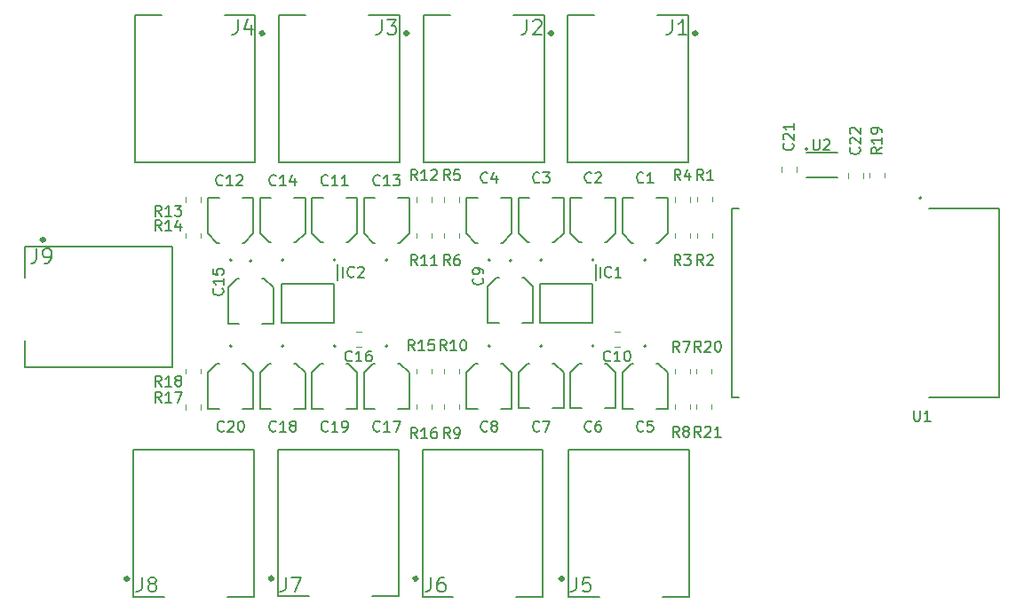
<source format=gbr>
%TF.GenerationSoftware,KiCad,Pcbnew,9.0.7*%
%TF.CreationDate,2026-01-03T19:20:16+01:00*%
%TF.ProjectId,PCB,5043422e-6b69-4636-9164-5f7063625858,rev?*%
%TF.SameCoordinates,Original*%
%TF.FileFunction,Legend,Top*%
%TF.FilePolarity,Positive*%
%FSLAX46Y46*%
G04 Gerber Fmt 4.6, Leading zero omitted, Abs format (unit mm)*
G04 Created by KiCad (PCBNEW 9.0.7) date 2026-01-03 19:20:16*
%MOMM*%
%LPD*%
G01*
G04 APERTURE LIST*
%ADD10C,0.150000*%
%ADD11C,0.127000*%
%ADD12C,0.200000*%
%ADD13C,0.340000*%
%ADD14C,0.120000*%
G04 APERTURE END LIST*
D10*
X113022142Y-92053580D02*
X112974523Y-92101200D01*
X112974523Y-92101200D02*
X112831666Y-92148819D01*
X112831666Y-92148819D02*
X112736428Y-92148819D01*
X112736428Y-92148819D02*
X112593571Y-92101200D01*
X112593571Y-92101200D02*
X112498333Y-92005961D01*
X112498333Y-92005961D02*
X112450714Y-91910723D01*
X112450714Y-91910723D02*
X112403095Y-91720247D01*
X112403095Y-91720247D02*
X112403095Y-91577390D01*
X112403095Y-91577390D02*
X112450714Y-91386914D01*
X112450714Y-91386914D02*
X112498333Y-91291676D01*
X112498333Y-91291676D02*
X112593571Y-91196438D01*
X112593571Y-91196438D02*
X112736428Y-91148819D01*
X112736428Y-91148819D02*
X112831666Y-91148819D01*
X112831666Y-91148819D02*
X112974523Y-91196438D01*
X112974523Y-91196438D02*
X113022142Y-91244057D01*
X113974523Y-92148819D02*
X113403095Y-92148819D01*
X113688809Y-92148819D02*
X113688809Y-91148819D01*
X113688809Y-91148819D02*
X113593571Y-91291676D01*
X113593571Y-91291676D02*
X113498333Y-91386914D01*
X113498333Y-91386914D02*
X113403095Y-91434533D01*
X114307857Y-91148819D02*
X114974523Y-91148819D01*
X114974523Y-91148819D02*
X114545952Y-92148819D01*
X128230333Y-68304580D02*
X128182714Y-68352200D01*
X128182714Y-68352200D02*
X128039857Y-68399819D01*
X128039857Y-68399819D02*
X127944619Y-68399819D01*
X127944619Y-68399819D02*
X127801762Y-68352200D01*
X127801762Y-68352200D02*
X127706524Y-68256961D01*
X127706524Y-68256961D02*
X127658905Y-68161723D01*
X127658905Y-68161723D02*
X127611286Y-67971247D01*
X127611286Y-67971247D02*
X127611286Y-67828390D01*
X127611286Y-67828390D02*
X127658905Y-67637914D01*
X127658905Y-67637914D02*
X127706524Y-67542676D01*
X127706524Y-67542676D02*
X127801762Y-67447438D01*
X127801762Y-67447438D02*
X127944619Y-67399819D01*
X127944619Y-67399819D02*
X128039857Y-67399819D01*
X128039857Y-67399819D02*
X128182714Y-67447438D01*
X128182714Y-67447438D02*
X128230333Y-67495057D01*
X128563667Y-67399819D02*
X129182714Y-67399819D01*
X129182714Y-67399819D02*
X128849381Y-67780771D01*
X128849381Y-67780771D02*
X128992238Y-67780771D01*
X128992238Y-67780771D02*
X129087476Y-67828390D01*
X129087476Y-67828390D02*
X129135095Y-67876009D01*
X129135095Y-67876009D02*
X129182714Y-67971247D01*
X129182714Y-67971247D02*
X129182714Y-68209342D01*
X129182714Y-68209342D02*
X129135095Y-68304580D01*
X129135095Y-68304580D02*
X129087476Y-68352200D01*
X129087476Y-68352200D02*
X128992238Y-68399819D01*
X128992238Y-68399819D02*
X128706524Y-68399819D01*
X128706524Y-68399819D02*
X128611286Y-68352200D01*
X128611286Y-68352200D02*
X128563667Y-68304580D01*
X103116142Y-68558580D02*
X103068523Y-68606200D01*
X103068523Y-68606200D02*
X102925666Y-68653819D01*
X102925666Y-68653819D02*
X102830428Y-68653819D01*
X102830428Y-68653819D02*
X102687571Y-68606200D01*
X102687571Y-68606200D02*
X102592333Y-68510961D01*
X102592333Y-68510961D02*
X102544714Y-68415723D01*
X102544714Y-68415723D02*
X102497095Y-68225247D01*
X102497095Y-68225247D02*
X102497095Y-68082390D01*
X102497095Y-68082390D02*
X102544714Y-67891914D01*
X102544714Y-67891914D02*
X102592333Y-67796676D01*
X102592333Y-67796676D02*
X102687571Y-67701438D01*
X102687571Y-67701438D02*
X102830428Y-67653819D01*
X102830428Y-67653819D02*
X102925666Y-67653819D01*
X102925666Y-67653819D02*
X103068523Y-67701438D01*
X103068523Y-67701438D02*
X103116142Y-67749057D01*
X104068523Y-68653819D02*
X103497095Y-68653819D01*
X103782809Y-68653819D02*
X103782809Y-67653819D01*
X103782809Y-67653819D02*
X103687571Y-67796676D01*
X103687571Y-67796676D02*
X103592333Y-67891914D01*
X103592333Y-67891914D02*
X103497095Y-67939533D01*
X104925666Y-67987152D02*
X104925666Y-68653819D01*
X104687571Y-67606200D02*
X104449476Y-68320485D01*
X104449476Y-68320485D02*
X105068523Y-68320485D01*
X117896844Y-106046079D02*
X117896844Y-107047125D01*
X117896844Y-107047125D02*
X117830108Y-107247335D01*
X117830108Y-107247335D02*
X117696635Y-107380808D01*
X117696635Y-107380808D02*
X117496426Y-107447544D01*
X117496426Y-107447544D02*
X117362953Y-107447544D01*
X119164837Y-106046079D02*
X118897891Y-106046079D01*
X118897891Y-106046079D02*
X118764418Y-106112815D01*
X118764418Y-106112815D02*
X118697682Y-106179552D01*
X118697682Y-106179552D02*
X118564209Y-106379761D01*
X118564209Y-106379761D02*
X118497472Y-106646707D01*
X118497472Y-106646707D02*
X118497472Y-107180598D01*
X118497472Y-107180598D02*
X118564209Y-107314071D01*
X118564209Y-107314071D02*
X118630945Y-107380808D01*
X118630945Y-107380808D02*
X118764418Y-107447544D01*
X118764418Y-107447544D02*
X119031364Y-107447544D01*
X119031364Y-107447544D02*
X119164837Y-107380808D01*
X119164837Y-107380808D02*
X119231573Y-107314071D01*
X119231573Y-107314071D02*
X119298309Y-107180598D01*
X119298309Y-107180598D02*
X119298309Y-106846916D01*
X119298309Y-106846916D02*
X119231573Y-106713443D01*
X119231573Y-106713443D02*
X119164837Y-106646707D01*
X119164837Y-106646707D02*
X119031364Y-106579970D01*
X119031364Y-106579970D02*
X118764418Y-106579970D01*
X118764418Y-106579970D02*
X118630945Y-106646707D01*
X118630945Y-106646707D02*
X118564209Y-106713443D01*
X118564209Y-106713443D02*
X118497472Y-106846916D01*
X110355142Y-85351580D02*
X110307523Y-85399200D01*
X110307523Y-85399200D02*
X110164666Y-85446819D01*
X110164666Y-85446819D02*
X110069428Y-85446819D01*
X110069428Y-85446819D02*
X109926571Y-85399200D01*
X109926571Y-85399200D02*
X109831333Y-85303961D01*
X109831333Y-85303961D02*
X109783714Y-85208723D01*
X109783714Y-85208723D02*
X109736095Y-85018247D01*
X109736095Y-85018247D02*
X109736095Y-84875390D01*
X109736095Y-84875390D02*
X109783714Y-84684914D01*
X109783714Y-84684914D02*
X109831333Y-84589676D01*
X109831333Y-84589676D02*
X109926571Y-84494438D01*
X109926571Y-84494438D02*
X110069428Y-84446819D01*
X110069428Y-84446819D02*
X110164666Y-84446819D01*
X110164666Y-84446819D02*
X110307523Y-84494438D01*
X110307523Y-84494438D02*
X110355142Y-84542057D01*
X111307523Y-85446819D02*
X110736095Y-85446819D01*
X111021809Y-85446819D02*
X111021809Y-84446819D01*
X111021809Y-84446819D02*
X110926571Y-84589676D01*
X110926571Y-84589676D02*
X110831333Y-84684914D01*
X110831333Y-84684914D02*
X110736095Y-84732533D01*
X112164666Y-84446819D02*
X111974190Y-84446819D01*
X111974190Y-84446819D02*
X111878952Y-84494438D01*
X111878952Y-84494438D02*
X111831333Y-84542057D01*
X111831333Y-84542057D02*
X111736095Y-84684914D01*
X111736095Y-84684914D02*
X111688476Y-84875390D01*
X111688476Y-84875390D02*
X111688476Y-85256342D01*
X111688476Y-85256342D02*
X111736095Y-85351580D01*
X111736095Y-85351580D02*
X111783714Y-85399200D01*
X111783714Y-85399200D02*
X111878952Y-85446819D01*
X111878952Y-85446819D02*
X112069428Y-85446819D01*
X112069428Y-85446819D02*
X112164666Y-85399200D01*
X112164666Y-85399200D02*
X112212285Y-85351580D01*
X112212285Y-85351580D02*
X112259904Y-85256342D01*
X112259904Y-85256342D02*
X112259904Y-85018247D01*
X112259904Y-85018247D02*
X112212285Y-84923009D01*
X112212285Y-84923009D02*
X112164666Y-84875390D01*
X112164666Y-84875390D02*
X112069428Y-84827771D01*
X112069428Y-84827771D02*
X111878952Y-84827771D01*
X111878952Y-84827771D02*
X111783714Y-84875390D01*
X111783714Y-84875390D02*
X111736095Y-84923009D01*
X111736095Y-84923009D02*
X111688476Y-85018247D01*
X119721333Y-92783819D02*
X119388000Y-92307628D01*
X119149905Y-92783819D02*
X119149905Y-91783819D01*
X119149905Y-91783819D02*
X119530857Y-91783819D01*
X119530857Y-91783819D02*
X119626095Y-91831438D01*
X119626095Y-91831438D02*
X119673714Y-91879057D01*
X119673714Y-91879057D02*
X119721333Y-91974295D01*
X119721333Y-91974295D02*
X119721333Y-92117152D01*
X119721333Y-92117152D02*
X119673714Y-92212390D01*
X119673714Y-92212390D02*
X119626095Y-92260009D01*
X119626095Y-92260009D02*
X119530857Y-92307628D01*
X119530857Y-92307628D02*
X119149905Y-92307628D01*
X120197524Y-92783819D02*
X120388000Y-92783819D01*
X120388000Y-92783819D02*
X120483238Y-92736200D01*
X120483238Y-92736200D02*
X120530857Y-92688580D01*
X120530857Y-92688580D02*
X120626095Y-92545723D01*
X120626095Y-92545723D02*
X120673714Y-92355247D01*
X120673714Y-92355247D02*
X120673714Y-91974295D01*
X120673714Y-91974295D02*
X120626095Y-91879057D01*
X120626095Y-91879057D02*
X120578476Y-91831438D01*
X120578476Y-91831438D02*
X120483238Y-91783819D01*
X120483238Y-91783819D02*
X120292762Y-91783819D01*
X120292762Y-91783819D02*
X120197524Y-91831438D01*
X120197524Y-91831438D02*
X120149905Y-91879057D01*
X120149905Y-91879057D02*
X120102286Y-91974295D01*
X120102286Y-91974295D02*
X120102286Y-92212390D01*
X120102286Y-92212390D02*
X120149905Y-92307628D01*
X120149905Y-92307628D02*
X120197524Y-92355247D01*
X120197524Y-92355247D02*
X120292762Y-92402866D01*
X120292762Y-92402866D02*
X120483238Y-92402866D01*
X120483238Y-92402866D02*
X120578476Y-92355247D01*
X120578476Y-92355247D02*
X120626095Y-92307628D01*
X120626095Y-92307628D02*
X120673714Y-92212390D01*
X134024810Y-77416819D02*
X134024810Y-76416819D01*
X135072428Y-77321580D02*
X135024809Y-77369200D01*
X135024809Y-77369200D02*
X134881952Y-77416819D01*
X134881952Y-77416819D02*
X134786714Y-77416819D01*
X134786714Y-77416819D02*
X134643857Y-77369200D01*
X134643857Y-77369200D02*
X134548619Y-77273961D01*
X134548619Y-77273961D02*
X134501000Y-77178723D01*
X134501000Y-77178723D02*
X134453381Y-76988247D01*
X134453381Y-76988247D02*
X134453381Y-76845390D01*
X134453381Y-76845390D02*
X134501000Y-76654914D01*
X134501000Y-76654914D02*
X134548619Y-76559676D01*
X134548619Y-76559676D02*
X134643857Y-76464438D01*
X134643857Y-76464438D02*
X134786714Y-76416819D01*
X134786714Y-76416819D02*
X134881952Y-76416819D01*
X134881952Y-76416819D02*
X135024809Y-76464438D01*
X135024809Y-76464438D02*
X135072428Y-76512057D01*
X136024809Y-77416819D02*
X135453381Y-77416819D01*
X135739095Y-77416819D02*
X135739095Y-76416819D01*
X135739095Y-76416819D02*
X135643857Y-76559676D01*
X135643857Y-76559676D02*
X135548619Y-76654914D01*
X135548619Y-76654914D02*
X135453381Y-76702533D01*
X141692333Y-76273819D02*
X141359000Y-75797628D01*
X141120905Y-76273819D02*
X141120905Y-75273819D01*
X141120905Y-75273819D02*
X141501857Y-75273819D01*
X141501857Y-75273819D02*
X141597095Y-75321438D01*
X141597095Y-75321438D02*
X141644714Y-75369057D01*
X141644714Y-75369057D02*
X141692333Y-75464295D01*
X141692333Y-75464295D02*
X141692333Y-75607152D01*
X141692333Y-75607152D02*
X141644714Y-75702390D01*
X141644714Y-75702390D02*
X141597095Y-75750009D01*
X141597095Y-75750009D02*
X141501857Y-75797628D01*
X141501857Y-75797628D02*
X141120905Y-75797628D01*
X142025667Y-75273819D02*
X142644714Y-75273819D01*
X142644714Y-75273819D02*
X142311381Y-75654771D01*
X142311381Y-75654771D02*
X142454238Y-75654771D01*
X142454238Y-75654771D02*
X142549476Y-75702390D01*
X142549476Y-75702390D02*
X142597095Y-75750009D01*
X142597095Y-75750009D02*
X142644714Y-75845247D01*
X142644714Y-75845247D02*
X142644714Y-76083342D01*
X142644714Y-76083342D02*
X142597095Y-76178580D01*
X142597095Y-76178580D02*
X142549476Y-76226200D01*
X142549476Y-76226200D02*
X142454238Y-76273819D01*
X142454238Y-76273819D02*
X142168524Y-76273819D01*
X142168524Y-76273819D02*
X142073286Y-76226200D01*
X142073286Y-76226200D02*
X142025667Y-76178580D01*
X160855819Y-65031857D02*
X160379628Y-65365190D01*
X160855819Y-65603285D02*
X159855819Y-65603285D01*
X159855819Y-65603285D02*
X159855819Y-65222333D01*
X159855819Y-65222333D02*
X159903438Y-65127095D01*
X159903438Y-65127095D02*
X159951057Y-65079476D01*
X159951057Y-65079476D02*
X160046295Y-65031857D01*
X160046295Y-65031857D02*
X160189152Y-65031857D01*
X160189152Y-65031857D02*
X160284390Y-65079476D01*
X160284390Y-65079476D02*
X160332009Y-65127095D01*
X160332009Y-65127095D02*
X160379628Y-65222333D01*
X160379628Y-65222333D02*
X160379628Y-65603285D01*
X160855819Y-64079476D02*
X160855819Y-64650904D01*
X160855819Y-64365190D02*
X159855819Y-64365190D01*
X159855819Y-64365190D02*
X159998676Y-64460428D01*
X159998676Y-64460428D02*
X160093914Y-64555666D01*
X160093914Y-64555666D02*
X160141533Y-64650904D01*
X160855819Y-63603285D02*
X160855819Y-63412809D01*
X160855819Y-63412809D02*
X160808200Y-63317571D01*
X160808200Y-63317571D02*
X160760580Y-63269952D01*
X160760580Y-63269952D02*
X160617723Y-63174714D01*
X160617723Y-63174714D02*
X160427247Y-63127095D01*
X160427247Y-63127095D02*
X160046295Y-63127095D01*
X160046295Y-63127095D02*
X159951057Y-63174714D01*
X159951057Y-63174714D02*
X159903438Y-63222333D01*
X159903438Y-63222333D02*
X159855819Y-63317571D01*
X159855819Y-63317571D02*
X159855819Y-63508047D01*
X159855819Y-63508047D02*
X159903438Y-63603285D01*
X159903438Y-63603285D02*
X159951057Y-63650904D01*
X159951057Y-63650904D02*
X160046295Y-63698523D01*
X160046295Y-63698523D02*
X160284390Y-63698523D01*
X160284390Y-63698523D02*
X160379628Y-63650904D01*
X160379628Y-63650904D02*
X160427247Y-63603285D01*
X160427247Y-63603285D02*
X160474866Y-63508047D01*
X160474866Y-63508047D02*
X160474866Y-63317571D01*
X160474866Y-63317571D02*
X160427247Y-63222333D01*
X160427247Y-63222333D02*
X160379628Y-63174714D01*
X160379628Y-63174714D02*
X160284390Y-63127095D01*
X113022142Y-68558580D02*
X112974523Y-68606200D01*
X112974523Y-68606200D02*
X112831666Y-68653819D01*
X112831666Y-68653819D02*
X112736428Y-68653819D01*
X112736428Y-68653819D02*
X112593571Y-68606200D01*
X112593571Y-68606200D02*
X112498333Y-68510961D01*
X112498333Y-68510961D02*
X112450714Y-68415723D01*
X112450714Y-68415723D02*
X112403095Y-68225247D01*
X112403095Y-68225247D02*
X112403095Y-68082390D01*
X112403095Y-68082390D02*
X112450714Y-67891914D01*
X112450714Y-67891914D02*
X112498333Y-67796676D01*
X112498333Y-67796676D02*
X112593571Y-67701438D01*
X112593571Y-67701438D02*
X112736428Y-67653819D01*
X112736428Y-67653819D02*
X112831666Y-67653819D01*
X112831666Y-67653819D02*
X112974523Y-67701438D01*
X112974523Y-67701438D02*
X113022142Y-67749057D01*
X113974523Y-68653819D02*
X113403095Y-68653819D01*
X113688809Y-68653819D02*
X113688809Y-67653819D01*
X113688809Y-67653819D02*
X113593571Y-67796676D01*
X113593571Y-67796676D02*
X113498333Y-67891914D01*
X113498333Y-67891914D02*
X113403095Y-67939533D01*
X114307857Y-67653819D02*
X114926904Y-67653819D01*
X114926904Y-67653819D02*
X114593571Y-68034771D01*
X114593571Y-68034771D02*
X114736428Y-68034771D01*
X114736428Y-68034771D02*
X114831666Y-68082390D01*
X114831666Y-68082390D02*
X114879285Y-68130009D01*
X114879285Y-68130009D02*
X114926904Y-68225247D01*
X114926904Y-68225247D02*
X114926904Y-68463342D01*
X114926904Y-68463342D02*
X114879285Y-68558580D01*
X114879285Y-68558580D02*
X114831666Y-68606200D01*
X114831666Y-68606200D02*
X114736428Y-68653819D01*
X114736428Y-68653819D02*
X114450714Y-68653819D01*
X114450714Y-68653819D02*
X114355476Y-68606200D01*
X114355476Y-68606200D02*
X114307857Y-68558580D01*
X119372142Y-84401819D02*
X119038809Y-83925628D01*
X118800714Y-84401819D02*
X118800714Y-83401819D01*
X118800714Y-83401819D02*
X119181666Y-83401819D01*
X119181666Y-83401819D02*
X119276904Y-83449438D01*
X119276904Y-83449438D02*
X119324523Y-83497057D01*
X119324523Y-83497057D02*
X119372142Y-83592295D01*
X119372142Y-83592295D02*
X119372142Y-83735152D01*
X119372142Y-83735152D02*
X119324523Y-83830390D01*
X119324523Y-83830390D02*
X119276904Y-83878009D01*
X119276904Y-83878009D02*
X119181666Y-83925628D01*
X119181666Y-83925628D02*
X118800714Y-83925628D01*
X120324523Y-84401819D02*
X119753095Y-84401819D01*
X120038809Y-84401819D02*
X120038809Y-83401819D01*
X120038809Y-83401819D02*
X119943571Y-83544676D01*
X119943571Y-83544676D02*
X119848333Y-83639914D01*
X119848333Y-83639914D02*
X119753095Y-83687533D01*
X120943571Y-83401819D02*
X121038809Y-83401819D01*
X121038809Y-83401819D02*
X121134047Y-83449438D01*
X121134047Y-83449438D02*
X121181666Y-83497057D01*
X121181666Y-83497057D02*
X121229285Y-83592295D01*
X121229285Y-83592295D02*
X121276904Y-83782771D01*
X121276904Y-83782771D02*
X121276904Y-84020866D01*
X121276904Y-84020866D02*
X121229285Y-84211342D01*
X121229285Y-84211342D02*
X121181666Y-84306580D01*
X121181666Y-84306580D02*
X121134047Y-84354200D01*
X121134047Y-84354200D02*
X121038809Y-84401819D01*
X121038809Y-84401819D02*
X120943571Y-84401819D01*
X120943571Y-84401819D02*
X120848333Y-84354200D01*
X120848333Y-84354200D02*
X120800714Y-84306580D01*
X120800714Y-84306580D02*
X120753095Y-84211342D01*
X120753095Y-84211342D02*
X120705476Y-84020866D01*
X120705476Y-84020866D02*
X120705476Y-83782771D01*
X120705476Y-83782771D02*
X120753095Y-83592295D01*
X120753095Y-83592295D02*
X120800714Y-83497057D01*
X120800714Y-83497057D02*
X120848333Y-83449438D01*
X120848333Y-83449438D02*
X120943571Y-83401819D01*
X98022580Y-78493857D02*
X98070200Y-78541476D01*
X98070200Y-78541476D02*
X98117819Y-78684333D01*
X98117819Y-78684333D02*
X98117819Y-78779571D01*
X98117819Y-78779571D02*
X98070200Y-78922428D01*
X98070200Y-78922428D02*
X97974961Y-79017666D01*
X97974961Y-79017666D02*
X97879723Y-79065285D01*
X97879723Y-79065285D02*
X97689247Y-79112904D01*
X97689247Y-79112904D02*
X97546390Y-79112904D01*
X97546390Y-79112904D02*
X97355914Y-79065285D01*
X97355914Y-79065285D02*
X97260676Y-79017666D01*
X97260676Y-79017666D02*
X97165438Y-78922428D01*
X97165438Y-78922428D02*
X97117819Y-78779571D01*
X97117819Y-78779571D02*
X97117819Y-78684333D01*
X97117819Y-78684333D02*
X97165438Y-78541476D01*
X97165438Y-78541476D02*
X97213057Y-78493857D01*
X98117819Y-77541476D02*
X98117819Y-78112904D01*
X98117819Y-77827190D02*
X97117819Y-77827190D01*
X97117819Y-77827190D02*
X97260676Y-77922428D01*
X97260676Y-77922428D02*
X97355914Y-78017666D01*
X97355914Y-78017666D02*
X97403533Y-78112904D01*
X97117819Y-76636714D02*
X97117819Y-77112904D01*
X97117819Y-77112904D02*
X97594009Y-77160523D01*
X97594009Y-77160523D02*
X97546390Y-77112904D01*
X97546390Y-77112904D02*
X97498771Y-77017666D01*
X97498771Y-77017666D02*
X97498771Y-76779571D01*
X97498771Y-76779571D02*
X97546390Y-76684333D01*
X97546390Y-76684333D02*
X97594009Y-76636714D01*
X97594009Y-76636714D02*
X97689247Y-76589095D01*
X97689247Y-76589095D02*
X97927342Y-76589095D01*
X97927342Y-76589095D02*
X98022580Y-76636714D01*
X98022580Y-76636714D02*
X98070200Y-76684333D01*
X98070200Y-76684333D02*
X98117819Y-76779571D01*
X98117819Y-76779571D02*
X98117819Y-77017666D01*
X98117819Y-77017666D02*
X98070200Y-77112904D01*
X98070200Y-77112904D02*
X98022580Y-77160523D01*
X141565333Y-84528819D02*
X141232000Y-84052628D01*
X140993905Y-84528819D02*
X140993905Y-83528819D01*
X140993905Y-83528819D02*
X141374857Y-83528819D01*
X141374857Y-83528819D02*
X141470095Y-83576438D01*
X141470095Y-83576438D02*
X141517714Y-83624057D01*
X141517714Y-83624057D02*
X141565333Y-83719295D01*
X141565333Y-83719295D02*
X141565333Y-83862152D01*
X141565333Y-83862152D02*
X141517714Y-83957390D01*
X141517714Y-83957390D02*
X141470095Y-84005009D01*
X141470095Y-84005009D02*
X141374857Y-84052628D01*
X141374857Y-84052628D02*
X140993905Y-84052628D01*
X141898667Y-83528819D02*
X142565333Y-83528819D01*
X142565333Y-83528819D02*
X142136762Y-84528819D01*
X141565333Y-92656819D02*
X141232000Y-92180628D01*
X140993905Y-92656819D02*
X140993905Y-91656819D01*
X140993905Y-91656819D02*
X141374857Y-91656819D01*
X141374857Y-91656819D02*
X141470095Y-91704438D01*
X141470095Y-91704438D02*
X141517714Y-91752057D01*
X141517714Y-91752057D02*
X141565333Y-91847295D01*
X141565333Y-91847295D02*
X141565333Y-91990152D01*
X141565333Y-91990152D02*
X141517714Y-92085390D01*
X141517714Y-92085390D02*
X141470095Y-92133009D01*
X141470095Y-92133009D02*
X141374857Y-92180628D01*
X141374857Y-92180628D02*
X140993905Y-92180628D01*
X142136762Y-92085390D02*
X142041524Y-92037771D01*
X142041524Y-92037771D02*
X141993905Y-91990152D01*
X141993905Y-91990152D02*
X141946286Y-91894914D01*
X141946286Y-91894914D02*
X141946286Y-91847295D01*
X141946286Y-91847295D02*
X141993905Y-91752057D01*
X141993905Y-91752057D02*
X142041524Y-91704438D01*
X142041524Y-91704438D02*
X142136762Y-91656819D01*
X142136762Y-91656819D02*
X142327238Y-91656819D01*
X142327238Y-91656819D02*
X142422476Y-91704438D01*
X142422476Y-91704438D02*
X142470095Y-91752057D01*
X142470095Y-91752057D02*
X142517714Y-91847295D01*
X142517714Y-91847295D02*
X142517714Y-91894914D01*
X142517714Y-91894914D02*
X142470095Y-91990152D01*
X142470095Y-91990152D02*
X142422476Y-92037771D01*
X142422476Y-92037771D02*
X142327238Y-92085390D01*
X142327238Y-92085390D02*
X142136762Y-92085390D01*
X142136762Y-92085390D02*
X142041524Y-92133009D01*
X142041524Y-92133009D02*
X141993905Y-92180628D01*
X141993905Y-92180628D02*
X141946286Y-92275866D01*
X141946286Y-92275866D02*
X141946286Y-92466342D01*
X141946286Y-92466342D02*
X141993905Y-92561580D01*
X141993905Y-92561580D02*
X142041524Y-92609200D01*
X142041524Y-92609200D02*
X142136762Y-92656819D01*
X142136762Y-92656819D02*
X142327238Y-92656819D01*
X142327238Y-92656819D02*
X142422476Y-92609200D01*
X142422476Y-92609200D02*
X142470095Y-92561580D01*
X142470095Y-92561580D02*
X142517714Y-92466342D01*
X142517714Y-92466342D02*
X142517714Y-92275866D01*
X142517714Y-92275866D02*
X142470095Y-92180628D01*
X142470095Y-92180628D02*
X142422476Y-92133009D01*
X142422476Y-92133009D02*
X142327238Y-92085390D01*
X131739844Y-106046079D02*
X131739844Y-107047125D01*
X131739844Y-107047125D02*
X131673108Y-107247335D01*
X131673108Y-107247335D02*
X131539635Y-107380808D01*
X131539635Y-107380808D02*
X131339426Y-107447544D01*
X131339426Y-107447544D02*
X131205953Y-107447544D01*
X133074573Y-106046079D02*
X132407209Y-106046079D01*
X132407209Y-106046079D02*
X132340472Y-106713443D01*
X132340472Y-106713443D02*
X132407209Y-106646707D01*
X132407209Y-106646707D02*
X132540682Y-106579970D01*
X132540682Y-106579970D02*
X132874364Y-106579970D01*
X132874364Y-106579970D02*
X133007837Y-106646707D01*
X133007837Y-106646707D02*
X133074573Y-106713443D01*
X133074573Y-106713443D02*
X133141309Y-106846916D01*
X133141309Y-106846916D02*
X133141309Y-107180598D01*
X133141309Y-107180598D02*
X133074573Y-107314071D01*
X133074573Y-107314071D02*
X133007837Y-107380808D01*
X133007837Y-107380808D02*
X132874364Y-107447544D01*
X132874364Y-107447544D02*
X132540682Y-107447544D01*
X132540682Y-107447544D02*
X132407209Y-107380808D01*
X132407209Y-107380808D02*
X132340472Y-107314071D01*
X92194142Y-89354819D02*
X91860809Y-88878628D01*
X91622714Y-89354819D02*
X91622714Y-88354819D01*
X91622714Y-88354819D02*
X92003666Y-88354819D01*
X92003666Y-88354819D02*
X92098904Y-88402438D01*
X92098904Y-88402438D02*
X92146523Y-88450057D01*
X92146523Y-88450057D02*
X92194142Y-88545295D01*
X92194142Y-88545295D02*
X92194142Y-88688152D01*
X92194142Y-88688152D02*
X92146523Y-88783390D01*
X92146523Y-88783390D02*
X92098904Y-88831009D01*
X92098904Y-88831009D02*
X92003666Y-88878628D01*
X92003666Y-88878628D02*
X91622714Y-88878628D01*
X93146523Y-89354819D02*
X92575095Y-89354819D01*
X92860809Y-89354819D02*
X92860809Y-88354819D01*
X92860809Y-88354819D02*
X92765571Y-88497676D01*
X92765571Y-88497676D02*
X92670333Y-88592914D01*
X92670333Y-88592914D02*
X92575095Y-88640533D01*
X93479857Y-88354819D02*
X94146523Y-88354819D01*
X94146523Y-88354819D02*
X93717952Y-89354819D01*
X103116142Y-92053580D02*
X103068523Y-92101200D01*
X103068523Y-92101200D02*
X102925666Y-92148819D01*
X102925666Y-92148819D02*
X102830428Y-92148819D01*
X102830428Y-92148819D02*
X102687571Y-92101200D01*
X102687571Y-92101200D02*
X102592333Y-92005961D01*
X102592333Y-92005961D02*
X102544714Y-91910723D01*
X102544714Y-91910723D02*
X102497095Y-91720247D01*
X102497095Y-91720247D02*
X102497095Y-91577390D01*
X102497095Y-91577390D02*
X102544714Y-91386914D01*
X102544714Y-91386914D02*
X102592333Y-91291676D01*
X102592333Y-91291676D02*
X102687571Y-91196438D01*
X102687571Y-91196438D02*
X102830428Y-91148819D01*
X102830428Y-91148819D02*
X102925666Y-91148819D01*
X102925666Y-91148819D02*
X103068523Y-91196438D01*
X103068523Y-91196438D02*
X103116142Y-91244057D01*
X104068523Y-92148819D02*
X103497095Y-92148819D01*
X103782809Y-92148819D02*
X103782809Y-91148819D01*
X103782809Y-91148819D02*
X103687571Y-91291676D01*
X103687571Y-91291676D02*
X103592333Y-91386914D01*
X103592333Y-91386914D02*
X103497095Y-91434533D01*
X104639952Y-91577390D02*
X104544714Y-91529771D01*
X104544714Y-91529771D02*
X104497095Y-91482152D01*
X104497095Y-91482152D02*
X104449476Y-91386914D01*
X104449476Y-91386914D02*
X104449476Y-91339295D01*
X104449476Y-91339295D02*
X104497095Y-91244057D01*
X104497095Y-91244057D02*
X104544714Y-91196438D01*
X104544714Y-91196438D02*
X104639952Y-91148819D01*
X104639952Y-91148819D02*
X104830428Y-91148819D01*
X104830428Y-91148819D02*
X104925666Y-91196438D01*
X104925666Y-91196438D02*
X104973285Y-91244057D01*
X104973285Y-91244057D02*
X105020904Y-91339295D01*
X105020904Y-91339295D02*
X105020904Y-91386914D01*
X105020904Y-91386914D02*
X104973285Y-91482152D01*
X104973285Y-91482152D02*
X104925666Y-91529771D01*
X104925666Y-91529771D02*
X104830428Y-91577390D01*
X104830428Y-91577390D02*
X104639952Y-91577390D01*
X104639952Y-91577390D02*
X104544714Y-91625009D01*
X104544714Y-91625009D02*
X104497095Y-91672628D01*
X104497095Y-91672628D02*
X104449476Y-91767866D01*
X104449476Y-91767866D02*
X104449476Y-91958342D01*
X104449476Y-91958342D02*
X104497095Y-92053580D01*
X104497095Y-92053580D02*
X104544714Y-92101200D01*
X104544714Y-92101200D02*
X104639952Y-92148819D01*
X104639952Y-92148819D02*
X104830428Y-92148819D01*
X104830428Y-92148819D02*
X104925666Y-92101200D01*
X104925666Y-92101200D02*
X104973285Y-92053580D01*
X104973285Y-92053580D02*
X105020904Y-91958342D01*
X105020904Y-91958342D02*
X105020904Y-91767866D01*
X105020904Y-91767866D02*
X104973285Y-91672628D01*
X104973285Y-91672628D02*
X104925666Y-91625009D01*
X104925666Y-91625009D02*
X104830428Y-91577390D01*
X128230333Y-92053580D02*
X128182714Y-92101200D01*
X128182714Y-92101200D02*
X128039857Y-92148819D01*
X128039857Y-92148819D02*
X127944619Y-92148819D01*
X127944619Y-92148819D02*
X127801762Y-92101200D01*
X127801762Y-92101200D02*
X127706524Y-92005961D01*
X127706524Y-92005961D02*
X127658905Y-91910723D01*
X127658905Y-91910723D02*
X127611286Y-91720247D01*
X127611286Y-91720247D02*
X127611286Y-91577390D01*
X127611286Y-91577390D02*
X127658905Y-91386914D01*
X127658905Y-91386914D02*
X127706524Y-91291676D01*
X127706524Y-91291676D02*
X127801762Y-91196438D01*
X127801762Y-91196438D02*
X127944619Y-91148819D01*
X127944619Y-91148819D02*
X128039857Y-91148819D01*
X128039857Y-91148819D02*
X128182714Y-91196438D01*
X128182714Y-91196438D02*
X128230333Y-91244057D01*
X128563667Y-91148819D02*
X129230333Y-91148819D01*
X129230333Y-91148819D02*
X128801762Y-92148819D01*
X143629142Y-84528819D02*
X143295809Y-84052628D01*
X143057714Y-84528819D02*
X143057714Y-83528819D01*
X143057714Y-83528819D02*
X143438666Y-83528819D01*
X143438666Y-83528819D02*
X143533904Y-83576438D01*
X143533904Y-83576438D02*
X143581523Y-83624057D01*
X143581523Y-83624057D02*
X143629142Y-83719295D01*
X143629142Y-83719295D02*
X143629142Y-83862152D01*
X143629142Y-83862152D02*
X143581523Y-83957390D01*
X143581523Y-83957390D02*
X143533904Y-84005009D01*
X143533904Y-84005009D02*
X143438666Y-84052628D01*
X143438666Y-84052628D02*
X143057714Y-84052628D01*
X144010095Y-83624057D02*
X144057714Y-83576438D01*
X144057714Y-83576438D02*
X144152952Y-83528819D01*
X144152952Y-83528819D02*
X144391047Y-83528819D01*
X144391047Y-83528819D02*
X144486285Y-83576438D01*
X144486285Y-83576438D02*
X144533904Y-83624057D01*
X144533904Y-83624057D02*
X144581523Y-83719295D01*
X144581523Y-83719295D02*
X144581523Y-83814533D01*
X144581523Y-83814533D02*
X144533904Y-83957390D01*
X144533904Y-83957390D02*
X143962476Y-84528819D01*
X143962476Y-84528819D02*
X144581523Y-84528819D01*
X145200571Y-83528819D02*
X145295809Y-83528819D01*
X145295809Y-83528819D02*
X145391047Y-83576438D01*
X145391047Y-83576438D02*
X145438666Y-83624057D01*
X145438666Y-83624057D02*
X145486285Y-83719295D01*
X145486285Y-83719295D02*
X145533904Y-83909771D01*
X145533904Y-83909771D02*
X145533904Y-84147866D01*
X145533904Y-84147866D02*
X145486285Y-84338342D01*
X145486285Y-84338342D02*
X145438666Y-84433580D01*
X145438666Y-84433580D02*
X145391047Y-84481200D01*
X145391047Y-84481200D02*
X145295809Y-84528819D01*
X145295809Y-84528819D02*
X145200571Y-84528819D01*
X145200571Y-84528819D02*
X145105333Y-84481200D01*
X145105333Y-84481200D02*
X145057714Y-84433580D01*
X145057714Y-84433580D02*
X145010095Y-84338342D01*
X145010095Y-84338342D02*
X144962476Y-84147866D01*
X144962476Y-84147866D02*
X144962476Y-83909771D01*
X144962476Y-83909771D02*
X145010095Y-83719295D01*
X145010095Y-83719295D02*
X145057714Y-83624057D01*
X145057714Y-83624057D02*
X145105333Y-83576438D01*
X145105333Y-83576438D02*
X145200571Y-83528819D01*
X119721333Y-76273819D02*
X119388000Y-75797628D01*
X119149905Y-76273819D02*
X119149905Y-75273819D01*
X119149905Y-75273819D02*
X119530857Y-75273819D01*
X119530857Y-75273819D02*
X119626095Y-75321438D01*
X119626095Y-75321438D02*
X119673714Y-75369057D01*
X119673714Y-75369057D02*
X119721333Y-75464295D01*
X119721333Y-75464295D02*
X119721333Y-75607152D01*
X119721333Y-75607152D02*
X119673714Y-75702390D01*
X119673714Y-75702390D02*
X119626095Y-75750009D01*
X119626095Y-75750009D02*
X119530857Y-75797628D01*
X119530857Y-75797628D02*
X119149905Y-75797628D01*
X120578476Y-75273819D02*
X120388000Y-75273819D01*
X120388000Y-75273819D02*
X120292762Y-75321438D01*
X120292762Y-75321438D02*
X120245143Y-75369057D01*
X120245143Y-75369057D02*
X120149905Y-75511914D01*
X120149905Y-75511914D02*
X120102286Y-75702390D01*
X120102286Y-75702390D02*
X120102286Y-76083342D01*
X120102286Y-76083342D02*
X120149905Y-76178580D01*
X120149905Y-76178580D02*
X120197524Y-76226200D01*
X120197524Y-76226200D02*
X120292762Y-76273819D01*
X120292762Y-76273819D02*
X120483238Y-76273819D01*
X120483238Y-76273819D02*
X120578476Y-76226200D01*
X120578476Y-76226200D02*
X120626095Y-76178580D01*
X120626095Y-76178580D02*
X120673714Y-76083342D01*
X120673714Y-76083342D02*
X120673714Y-75845247D01*
X120673714Y-75845247D02*
X120626095Y-75750009D01*
X120626095Y-75750009D02*
X120578476Y-75702390D01*
X120578476Y-75702390D02*
X120483238Y-75654771D01*
X120483238Y-75654771D02*
X120292762Y-75654771D01*
X120292762Y-75654771D02*
X120197524Y-75702390D01*
X120197524Y-75702390D02*
X120149905Y-75750009D01*
X120149905Y-75750009D02*
X120102286Y-75845247D01*
X123277333Y-92053580D02*
X123229714Y-92101200D01*
X123229714Y-92101200D02*
X123086857Y-92148819D01*
X123086857Y-92148819D02*
X122991619Y-92148819D01*
X122991619Y-92148819D02*
X122848762Y-92101200D01*
X122848762Y-92101200D02*
X122753524Y-92005961D01*
X122753524Y-92005961D02*
X122705905Y-91910723D01*
X122705905Y-91910723D02*
X122658286Y-91720247D01*
X122658286Y-91720247D02*
X122658286Y-91577390D01*
X122658286Y-91577390D02*
X122705905Y-91386914D01*
X122705905Y-91386914D02*
X122753524Y-91291676D01*
X122753524Y-91291676D02*
X122848762Y-91196438D01*
X122848762Y-91196438D02*
X122991619Y-91148819D01*
X122991619Y-91148819D02*
X123086857Y-91148819D01*
X123086857Y-91148819D02*
X123229714Y-91196438D01*
X123229714Y-91196438D02*
X123277333Y-91244057D01*
X123848762Y-91577390D02*
X123753524Y-91529771D01*
X123753524Y-91529771D02*
X123705905Y-91482152D01*
X123705905Y-91482152D02*
X123658286Y-91386914D01*
X123658286Y-91386914D02*
X123658286Y-91339295D01*
X123658286Y-91339295D02*
X123705905Y-91244057D01*
X123705905Y-91244057D02*
X123753524Y-91196438D01*
X123753524Y-91196438D02*
X123848762Y-91148819D01*
X123848762Y-91148819D02*
X124039238Y-91148819D01*
X124039238Y-91148819D02*
X124134476Y-91196438D01*
X124134476Y-91196438D02*
X124182095Y-91244057D01*
X124182095Y-91244057D02*
X124229714Y-91339295D01*
X124229714Y-91339295D02*
X124229714Y-91386914D01*
X124229714Y-91386914D02*
X124182095Y-91482152D01*
X124182095Y-91482152D02*
X124134476Y-91529771D01*
X124134476Y-91529771D02*
X124039238Y-91577390D01*
X124039238Y-91577390D02*
X123848762Y-91577390D01*
X123848762Y-91577390D02*
X123753524Y-91625009D01*
X123753524Y-91625009D02*
X123705905Y-91672628D01*
X123705905Y-91672628D02*
X123658286Y-91767866D01*
X123658286Y-91767866D02*
X123658286Y-91958342D01*
X123658286Y-91958342D02*
X123705905Y-92053580D01*
X123705905Y-92053580D02*
X123753524Y-92101200D01*
X123753524Y-92101200D02*
X123848762Y-92148819D01*
X123848762Y-92148819D02*
X124039238Y-92148819D01*
X124039238Y-92148819D02*
X124134476Y-92101200D01*
X124134476Y-92101200D02*
X124182095Y-92053580D01*
X124182095Y-92053580D02*
X124229714Y-91958342D01*
X124229714Y-91958342D02*
X124229714Y-91767866D01*
X124229714Y-91767866D02*
X124182095Y-91672628D01*
X124182095Y-91672628D02*
X124134476Y-91625009D01*
X124134476Y-91625009D02*
X124039238Y-91577390D01*
X108069142Y-68558580D02*
X108021523Y-68606200D01*
X108021523Y-68606200D02*
X107878666Y-68653819D01*
X107878666Y-68653819D02*
X107783428Y-68653819D01*
X107783428Y-68653819D02*
X107640571Y-68606200D01*
X107640571Y-68606200D02*
X107545333Y-68510961D01*
X107545333Y-68510961D02*
X107497714Y-68415723D01*
X107497714Y-68415723D02*
X107450095Y-68225247D01*
X107450095Y-68225247D02*
X107450095Y-68082390D01*
X107450095Y-68082390D02*
X107497714Y-67891914D01*
X107497714Y-67891914D02*
X107545333Y-67796676D01*
X107545333Y-67796676D02*
X107640571Y-67701438D01*
X107640571Y-67701438D02*
X107783428Y-67653819D01*
X107783428Y-67653819D02*
X107878666Y-67653819D01*
X107878666Y-67653819D02*
X108021523Y-67701438D01*
X108021523Y-67701438D02*
X108069142Y-67749057D01*
X109021523Y-68653819D02*
X108450095Y-68653819D01*
X108735809Y-68653819D02*
X108735809Y-67653819D01*
X108735809Y-67653819D02*
X108640571Y-67796676D01*
X108640571Y-67796676D02*
X108545333Y-67891914D01*
X108545333Y-67891914D02*
X108450095Y-67939533D01*
X109973904Y-68653819D02*
X109402476Y-68653819D01*
X109688190Y-68653819D02*
X109688190Y-67653819D01*
X109688190Y-67653819D02*
X109592952Y-67796676D01*
X109592952Y-67796676D02*
X109497714Y-67891914D01*
X109497714Y-67891914D02*
X109402476Y-67939533D01*
X116324142Y-84401819D02*
X115990809Y-83925628D01*
X115752714Y-84401819D02*
X115752714Y-83401819D01*
X115752714Y-83401819D02*
X116133666Y-83401819D01*
X116133666Y-83401819D02*
X116228904Y-83449438D01*
X116228904Y-83449438D02*
X116276523Y-83497057D01*
X116276523Y-83497057D02*
X116324142Y-83592295D01*
X116324142Y-83592295D02*
X116324142Y-83735152D01*
X116324142Y-83735152D02*
X116276523Y-83830390D01*
X116276523Y-83830390D02*
X116228904Y-83878009D01*
X116228904Y-83878009D02*
X116133666Y-83925628D01*
X116133666Y-83925628D02*
X115752714Y-83925628D01*
X117276523Y-84401819D02*
X116705095Y-84401819D01*
X116990809Y-84401819D02*
X116990809Y-83401819D01*
X116990809Y-83401819D02*
X116895571Y-83544676D01*
X116895571Y-83544676D02*
X116800333Y-83639914D01*
X116800333Y-83639914D02*
X116705095Y-83687533D01*
X118181285Y-83401819D02*
X117705095Y-83401819D01*
X117705095Y-83401819D02*
X117657476Y-83878009D01*
X117657476Y-83878009D02*
X117705095Y-83830390D01*
X117705095Y-83830390D02*
X117800333Y-83782771D01*
X117800333Y-83782771D02*
X118038428Y-83782771D01*
X118038428Y-83782771D02*
X118133666Y-83830390D01*
X118133666Y-83830390D02*
X118181285Y-83878009D01*
X118181285Y-83878009D02*
X118228904Y-83973247D01*
X118228904Y-83973247D02*
X118228904Y-84211342D01*
X118228904Y-84211342D02*
X118181285Y-84306580D01*
X118181285Y-84306580D02*
X118133666Y-84354200D01*
X118133666Y-84354200D02*
X118038428Y-84401819D01*
X118038428Y-84401819D02*
X117800333Y-84401819D01*
X117800333Y-84401819D02*
X117705095Y-84354200D01*
X117705095Y-84354200D02*
X117657476Y-84306580D01*
X141692333Y-68145819D02*
X141359000Y-67669628D01*
X141120905Y-68145819D02*
X141120905Y-67145819D01*
X141120905Y-67145819D02*
X141501857Y-67145819D01*
X141501857Y-67145819D02*
X141597095Y-67193438D01*
X141597095Y-67193438D02*
X141644714Y-67241057D01*
X141644714Y-67241057D02*
X141692333Y-67336295D01*
X141692333Y-67336295D02*
X141692333Y-67479152D01*
X141692333Y-67479152D02*
X141644714Y-67574390D01*
X141644714Y-67574390D02*
X141597095Y-67622009D01*
X141597095Y-67622009D02*
X141501857Y-67669628D01*
X141501857Y-67669628D02*
X141120905Y-67669628D01*
X142549476Y-67479152D02*
X142549476Y-68145819D01*
X142311381Y-67098200D02*
X142073286Y-67812485D01*
X142073286Y-67812485D02*
X142692333Y-67812485D01*
X80304844Y-74677079D02*
X80304844Y-75678125D01*
X80304844Y-75678125D02*
X80238108Y-75878335D01*
X80238108Y-75878335D02*
X80104635Y-76011808D01*
X80104635Y-76011808D02*
X79904426Y-76078544D01*
X79904426Y-76078544D02*
X79770953Y-76078544D01*
X81038945Y-76078544D02*
X81305891Y-76078544D01*
X81305891Y-76078544D02*
X81439364Y-76011808D01*
X81439364Y-76011808D02*
X81506100Y-75945071D01*
X81506100Y-75945071D02*
X81639573Y-75744862D01*
X81639573Y-75744862D02*
X81706309Y-75477916D01*
X81706309Y-75477916D02*
X81706309Y-74944025D01*
X81706309Y-74944025D02*
X81639573Y-74810552D01*
X81639573Y-74810552D02*
X81572837Y-74743815D01*
X81572837Y-74743815D02*
X81439364Y-74677079D01*
X81439364Y-74677079D02*
X81172418Y-74677079D01*
X81172418Y-74677079D02*
X81038945Y-74743815D01*
X81038945Y-74743815D02*
X80972209Y-74810552D01*
X80972209Y-74810552D02*
X80905472Y-74944025D01*
X80905472Y-74944025D02*
X80905472Y-75277707D01*
X80905472Y-75277707D02*
X80972209Y-75411180D01*
X80972209Y-75411180D02*
X81038945Y-75477916D01*
X81038945Y-75477916D02*
X81172418Y-75544653D01*
X81172418Y-75544653D02*
X81439364Y-75544653D01*
X81439364Y-75544653D02*
X81572837Y-75477916D01*
X81572837Y-75477916D02*
X81639573Y-75411180D01*
X81639573Y-75411180D02*
X81706309Y-75277707D01*
X143851333Y-76273819D02*
X143518000Y-75797628D01*
X143279905Y-76273819D02*
X143279905Y-75273819D01*
X143279905Y-75273819D02*
X143660857Y-75273819D01*
X143660857Y-75273819D02*
X143756095Y-75321438D01*
X143756095Y-75321438D02*
X143803714Y-75369057D01*
X143803714Y-75369057D02*
X143851333Y-75464295D01*
X143851333Y-75464295D02*
X143851333Y-75607152D01*
X143851333Y-75607152D02*
X143803714Y-75702390D01*
X143803714Y-75702390D02*
X143756095Y-75750009D01*
X143756095Y-75750009D02*
X143660857Y-75797628D01*
X143660857Y-75797628D02*
X143279905Y-75797628D01*
X144232286Y-75369057D02*
X144279905Y-75321438D01*
X144279905Y-75321438D02*
X144375143Y-75273819D01*
X144375143Y-75273819D02*
X144613238Y-75273819D01*
X144613238Y-75273819D02*
X144708476Y-75321438D01*
X144708476Y-75321438D02*
X144756095Y-75369057D01*
X144756095Y-75369057D02*
X144803714Y-75464295D01*
X144803714Y-75464295D02*
X144803714Y-75559533D01*
X144803714Y-75559533D02*
X144756095Y-75702390D01*
X144756095Y-75702390D02*
X144184667Y-76273819D01*
X144184667Y-76273819D02*
X144803714Y-76273819D01*
X98163142Y-92053580D02*
X98115523Y-92101200D01*
X98115523Y-92101200D02*
X97972666Y-92148819D01*
X97972666Y-92148819D02*
X97877428Y-92148819D01*
X97877428Y-92148819D02*
X97734571Y-92101200D01*
X97734571Y-92101200D02*
X97639333Y-92005961D01*
X97639333Y-92005961D02*
X97591714Y-91910723D01*
X97591714Y-91910723D02*
X97544095Y-91720247D01*
X97544095Y-91720247D02*
X97544095Y-91577390D01*
X97544095Y-91577390D02*
X97591714Y-91386914D01*
X97591714Y-91386914D02*
X97639333Y-91291676D01*
X97639333Y-91291676D02*
X97734571Y-91196438D01*
X97734571Y-91196438D02*
X97877428Y-91148819D01*
X97877428Y-91148819D02*
X97972666Y-91148819D01*
X97972666Y-91148819D02*
X98115523Y-91196438D01*
X98115523Y-91196438D02*
X98163142Y-91244057D01*
X98544095Y-91244057D02*
X98591714Y-91196438D01*
X98591714Y-91196438D02*
X98686952Y-91148819D01*
X98686952Y-91148819D02*
X98925047Y-91148819D01*
X98925047Y-91148819D02*
X99020285Y-91196438D01*
X99020285Y-91196438D02*
X99067904Y-91244057D01*
X99067904Y-91244057D02*
X99115523Y-91339295D01*
X99115523Y-91339295D02*
X99115523Y-91434533D01*
X99115523Y-91434533D02*
X99067904Y-91577390D01*
X99067904Y-91577390D02*
X98496476Y-92148819D01*
X98496476Y-92148819D02*
X99115523Y-92148819D01*
X99734571Y-91148819D02*
X99829809Y-91148819D01*
X99829809Y-91148819D02*
X99925047Y-91196438D01*
X99925047Y-91196438D02*
X99972666Y-91244057D01*
X99972666Y-91244057D02*
X100020285Y-91339295D01*
X100020285Y-91339295D02*
X100067904Y-91529771D01*
X100067904Y-91529771D02*
X100067904Y-91767866D01*
X100067904Y-91767866D02*
X100020285Y-91958342D01*
X100020285Y-91958342D02*
X99972666Y-92053580D01*
X99972666Y-92053580D02*
X99925047Y-92101200D01*
X99925047Y-92101200D02*
X99829809Y-92148819D01*
X99829809Y-92148819D02*
X99734571Y-92148819D01*
X99734571Y-92148819D02*
X99639333Y-92101200D01*
X99639333Y-92101200D02*
X99591714Y-92053580D01*
X99591714Y-92053580D02*
X99544095Y-91958342D01*
X99544095Y-91958342D02*
X99496476Y-91767866D01*
X99496476Y-91767866D02*
X99496476Y-91529771D01*
X99496476Y-91529771D02*
X99544095Y-91339295D01*
X99544095Y-91339295D02*
X99591714Y-91244057D01*
X99591714Y-91244057D02*
X99639333Y-91196438D01*
X99639333Y-91196438D02*
X99734571Y-91148819D01*
X119721333Y-68145819D02*
X119388000Y-67669628D01*
X119149905Y-68145819D02*
X119149905Y-67145819D01*
X119149905Y-67145819D02*
X119530857Y-67145819D01*
X119530857Y-67145819D02*
X119626095Y-67193438D01*
X119626095Y-67193438D02*
X119673714Y-67241057D01*
X119673714Y-67241057D02*
X119721333Y-67336295D01*
X119721333Y-67336295D02*
X119721333Y-67479152D01*
X119721333Y-67479152D02*
X119673714Y-67574390D01*
X119673714Y-67574390D02*
X119626095Y-67622009D01*
X119626095Y-67622009D02*
X119530857Y-67669628D01*
X119530857Y-67669628D02*
X119149905Y-67669628D01*
X120626095Y-67145819D02*
X120149905Y-67145819D01*
X120149905Y-67145819D02*
X120102286Y-67622009D01*
X120102286Y-67622009D02*
X120149905Y-67574390D01*
X120149905Y-67574390D02*
X120245143Y-67526771D01*
X120245143Y-67526771D02*
X120483238Y-67526771D01*
X120483238Y-67526771D02*
X120578476Y-67574390D01*
X120578476Y-67574390D02*
X120626095Y-67622009D01*
X120626095Y-67622009D02*
X120673714Y-67717247D01*
X120673714Y-67717247D02*
X120673714Y-67955342D01*
X120673714Y-67955342D02*
X120626095Y-68050580D01*
X120626095Y-68050580D02*
X120578476Y-68098200D01*
X120578476Y-68098200D02*
X120483238Y-68145819D01*
X120483238Y-68145819D02*
X120245143Y-68145819D01*
X120245143Y-68145819D02*
X120149905Y-68098200D01*
X120149905Y-68098200D02*
X120102286Y-68050580D01*
X122787580Y-77509666D02*
X122835200Y-77557285D01*
X122835200Y-77557285D02*
X122882819Y-77700142D01*
X122882819Y-77700142D02*
X122882819Y-77795380D01*
X122882819Y-77795380D02*
X122835200Y-77938237D01*
X122835200Y-77938237D02*
X122739961Y-78033475D01*
X122739961Y-78033475D02*
X122644723Y-78081094D01*
X122644723Y-78081094D02*
X122454247Y-78128713D01*
X122454247Y-78128713D02*
X122311390Y-78128713D01*
X122311390Y-78128713D02*
X122120914Y-78081094D01*
X122120914Y-78081094D02*
X122025676Y-78033475D01*
X122025676Y-78033475D02*
X121930438Y-77938237D01*
X121930438Y-77938237D02*
X121882819Y-77795380D01*
X121882819Y-77795380D02*
X121882819Y-77700142D01*
X121882819Y-77700142D02*
X121930438Y-77557285D01*
X121930438Y-77557285D02*
X121978057Y-77509666D01*
X122882819Y-77033475D02*
X122882819Y-76842999D01*
X122882819Y-76842999D02*
X122835200Y-76747761D01*
X122835200Y-76747761D02*
X122787580Y-76700142D01*
X122787580Y-76700142D02*
X122644723Y-76604904D01*
X122644723Y-76604904D02*
X122454247Y-76557285D01*
X122454247Y-76557285D02*
X122073295Y-76557285D01*
X122073295Y-76557285D02*
X121978057Y-76604904D01*
X121978057Y-76604904D02*
X121930438Y-76652523D01*
X121930438Y-76652523D02*
X121882819Y-76747761D01*
X121882819Y-76747761D02*
X121882819Y-76938237D01*
X121882819Y-76938237D02*
X121930438Y-77033475D01*
X121930438Y-77033475D02*
X121978057Y-77081094D01*
X121978057Y-77081094D02*
X122073295Y-77128713D01*
X122073295Y-77128713D02*
X122311390Y-77128713D01*
X122311390Y-77128713D02*
X122406628Y-77081094D01*
X122406628Y-77081094D02*
X122454247Y-77033475D01*
X122454247Y-77033475D02*
X122501866Y-76938237D01*
X122501866Y-76938237D02*
X122501866Y-76747761D01*
X122501866Y-76747761D02*
X122454247Y-76652523D01*
X122454247Y-76652523D02*
X122406628Y-76604904D01*
X122406628Y-76604904D02*
X122311390Y-76557285D01*
X116578142Y-92783819D02*
X116244809Y-92307628D01*
X116006714Y-92783819D02*
X116006714Y-91783819D01*
X116006714Y-91783819D02*
X116387666Y-91783819D01*
X116387666Y-91783819D02*
X116482904Y-91831438D01*
X116482904Y-91831438D02*
X116530523Y-91879057D01*
X116530523Y-91879057D02*
X116578142Y-91974295D01*
X116578142Y-91974295D02*
X116578142Y-92117152D01*
X116578142Y-92117152D02*
X116530523Y-92212390D01*
X116530523Y-92212390D02*
X116482904Y-92260009D01*
X116482904Y-92260009D02*
X116387666Y-92307628D01*
X116387666Y-92307628D02*
X116006714Y-92307628D01*
X117530523Y-92783819D02*
X116959095Y-92783819D01*
X117244809Y-92783819D02*
X117244809Y-91783819D01*
X117244809Y-91783819D02*
X117149571Y-91926676D01*
X117149571Y-91926676D02*
X117054333Y-92021914D01*
X117054333Y-92021914D02*
X116959095Y-92069533D01*
X118387666Y-91783819D02*
X118197190Y-91783819D01*
X118197190Y-91783819D02*
X118101952Y-91831438D01*
X118101952Y-91831438D02*
X118054333Y-91879057D01*
X118054333Y-91879057D02*
X117959095Y-92021914D01*
X117959095Y-92021914D02*
X117911476Y-92212390D01*
X117911476Y-92212390D02*
X117911476Y-92593342D01*
X117911476Y-92593342D02*
X117959095Y-92688580D01*
X117959095Y-92688580D02*
X118006714Y-92736200D01*
X118006714Y-92736200D02*
X118101952Y-92783819D01*
X118101952Y-92783819D02*
X118292428Y-92783819D01*
X118292428Y-92783819D02*
X118387666Y-92736200D01*
X118387666Y-92736200D02*
X118435285Y-92688580D01*
X118435285Y-92688580D02*
X118482904Y-92593342D01*
X118482904Y-92593342D02*
X118482904Y-92355247D01*
X118482904Y-92355247D02*
X118435285Y-92260009D01*
X118435285Y-92260009D02*
X118387666Y-92212390D01*
X118387666Y-92212390D02*
X118292428Y-92164771D01*
X118292428Y-92164771D02*
X118101952Y-92164771D01*
X118101952Y-92164771D02*
X118006714Y-92212390D01*
X118006714Y-92212390D02*
X117959095Y-92260009D01*
X117959095Y-92260009D02*
X117911476Y-92355247D01*
X140883844Y-52833079D02*
X140883844Y-53834125D01*
X140883844Y-53834125D02*
X140817108Y-54034335D01*
X140817108Y-54034335D02*
X140683635Y-54167808D01*
X140683635Y-54167808D02*
X140483426Y-54234544D01*
X140483426Y-54234544D02*
X140349953Y-54234544D01*
X142285309Y-54234544D02*
X141484472Y-54234544D01*
X141884891Y-54234544D02*
X141884891Y-52833079D01*
X141884891Y-52833079D02*
X141751418Y-53033288D01*
X141751418Y-53033288D02*
X141617945Y-53166761D01*
X141617945Y-53166761D02*
X141484472Y-53233498D01*
X163957095Y-90132819D02*
X163957095Y-90942342D01*
X163957095Y-90942342D02*
X164004714Y-91037580D01*
X164004714Y-91037580D02*
X164052333Y-91085200D01*
X164052333Y-91085200D02*
X164147571Y-91132819D01*
X164147571Y-91132819D02*
X164338047Y-91132819D01*
X164338047Y-91132819D02*
X164433285Y-91085200D01*
X164433285Y-91085200D02*
X164480904Y-91037580D01*
X164480904Y-91037580D02*
X164528523Y-90942342D01*
X164528523Y-90942342D02*
X164528523Y-90132819D01*
X165528523Y-91132819D02*
X164957095Y-91132819D01*
X165242809Y-91132819D02*
X165242809Y-90132819D01*
X165242809Y-90132819D02*
X165147571Y-90275676D01*
X165147571Y-90275676D02*
X165052333Y-90370914D01*
X165052333Y-90370914D02*
X164957095Y-90418533D01*
X152378580Y-64650857D02*
X152426200Y-64698476D01*
X152426200Y-64698476D02*
X152473819Y-64841333D01*
X152473819Y-64841333D02*
X152473819Y-64936571D01*
X152473819Y-64936571D02*
X152426200Y-65079428D01*
X152426200Y-65079428D02*
X152330961Y-65174666D01*
X152330961Y-65174666D02*
X152235723Y-65222285D01*
X152235723Y-65222285D02*
X152045247Y-65269904D01*
X152045247Y-65269904D02*
X151902390Y-65269904D01*
X151902390Y-65269904D02*
X151711914Y-65222285D01*
X151711914Y-65222285D02*
X151616676Y-65174666D01*
X151616676Y-65174666D02*
X151521438Y-65079428D01*
X151521438Y-65079428D02*
X151473819Y-64936571D01*
X151473819Y-64936571D02*
X151473819Y-64841333D01*
X151473819Y-64841333D02*
X151521438Y-64698476D01*
X151521438Y-64698476D02*
X151569057Y-64650857D01*
X151569057Y-64269904D02*
X151521438Y-64222285D01*
X151521438Y-64222285D02*
X151473819Y-64127047D01*
X151473819Y-64127047D02*
X151473819Y-63888952D01*
X151473819Y-63888952D02*
X151521438Y-63793714D01*
X151521438Y-63793714D02*
X151569057Y-63746095D01*
X151569057Y-63746095D02*
X151664295Y-63698476D01*
X151664295Y-63698476D02*
X151759533Y-63698476D01*
X151759533Y-63698476D02*
X151902390Y-63746095D01*
X151902390Y-63746095D02*
X152473819Y-64317523D01*
X152473819Y-64317523D02*
X152473819Y-63698476D01*
X152473819Y-62746095D02*
X152473819Y-63317523D01*
X152473819Y-63031809D02*
X151473819Y-63031809D01*
X151473819Y-63031809D02*
X151616676Y-63127047D01*
X151616676Y-63127047D02*
X151711914Y-63222285D01*
X151711914Y-63222285D02*
X151759533Y-63317523D01*
X109513810Y-77416819D02*
X109513810Y-76416819D01*
X110561428Y-77321580D02*
X110513809Y-77369200D01*
X110513809Y-77369200D02*
X110370952Y-77416819D01*
X110370952Y-77416819D02*
X110275714Y-77416819D01*
X110275714Y-77416819D02*
X110132857Y-77369200D01*
X110132857Y-77369200D02*
X110037619Y-77273961D01*
X110037619Y-77273961D02*
X109990000Y-77178723D01*
X109990000Y-77178723D02*
X109942381Y-76988247D01*
X109942381Y-76988247D02*
X109942381Y-76845390D01*
X109942381Y-76845390D02*
X109990000Y-76654914D01*
X109990000Y-76654914D02*
X110037619Y-76559676D01*
X110037619Y-76559676D02*
X110132857Y-76464438D01*
X110132857Y-76464438D02*
X110275714Y-76416819D01*
X110275714Y-76416819D02*
X110370952Y-76416819D01*
X110370952Y-76416819D02*
X110513809Y-76464438D01*
X110513809Y-76464438D02*
X110561428Y-76512057D01*
X110942381Y-76512057D02*
X110990000Y-76464438D01*
X110990000Y-76464438D02*
X111085238Y-76416819D01*
X111085238Y-76416819D02*
X111323333Y-76416819D01*
X111323333Y-76416819D02*
X111418571Y-76464438D01*
X111418571Y-76464438D02*
X111466190Y-76512057D01*
X111466190Y-76512057D02*
X111513809Y-76607295D01*
X111513809Y-76607295D02*
X111513809Y-76702533D01*
X111513809Y-76702533D02*
X111466190Y-76845390D01*
X111466190Y-76845390D02*
X110894762Y-77416819D01*
X110894762Y-77416819D02*
X111513809Y-77416819D01*
X116578142Y-68145819D02*
X116244809Y-67669628D01*
X116006714Y-68145819D02*
X116006714Y-67145819D01*
X116006714Y-67145819D02*
X116387666Y-67145819D01*
X116387666Y-67145819D02*
X116482904Y-67193438D01*
X116482904Y-67193438D02*
X116530523Y-67241057D01*
X116530523Y-67241057D02*
X116578142Y-67336295D01*
X116578142Y-67336295D02*
X116578142Y-67479152D01*
X116578142Y-67479152D02*
X116530523Y-67574390D01*
X116530523Y-67574390D02*
X116482904Y-67622009D01*
X116482904Y-67622009D02*
X116387666Y-67669628D01*
X116387666Y-67669628D02*
X116006714Y-67669628D01*
X117530523Y-68145819D02*
X116959095Y-68145819D01*
X117244809Y-68145819D02*
X117244809Y-67145819D01*
X117244809Y-67145819D02*
X117149571Y-67288676D01*
X117149571Y-67288676D02*
X117054333Y-67383914D01*
X117054333Y-67383914D02*
X116959095Y-67431533D01*
X117911476Y-67241057D02*
X117959095Y-67193438D01*
X117959095Y-67193438D02*
X118054333Y-67145819D01*
X118054333Y-67145819D02*
X118292428Y-67145819D01*
X118292428Y-67145819D02*
X118387666Y-67193438D01*
X118387666Y-67193438D02*
X118435285Y-67241057D01*
X118435285Y-67241057D02*
X118482904Y-67336295D01*
X118482904Y-67336295D02*
X118482904Y-67431533D01*
X118482904Y-67431533D02*
X118435285Y-67574390D01*
X118435285Y-67574390D02*
X117863857Y-68145819D01*
X117863857Y-68145819D02*
X118482904Y-68145819D01*
X92194142Y-87830819D02*
X91860809Y-87354628D01*
X91622714Y-87830819D02*
X91622714Y-86830819D01*
X91622714Y-86830819D02*
X92003666Y-86830819D01*
X92003666Y-86830819D02*
X92098904Y-86878438D01*
X92098904Y-86878438D02*
X92146523Y-86926057D01*
X92146523Y-86926057D02*
X92194142Y-87021295D01*
X92194142Y-87021295D02*
X92194142Y-87164152D01*
X92194142Y-87164152D02*
X92146523Y-87259390D01*
X92146523Y-87259390D02*
X92098904Y-87307009D01*
X92098904Y-87307009D02*
X92003666Y-87354628D01*
X92003666Y-87354628D02*
X91622714Y-87354628D01*
X93146523Y-87830819D02*
X92575095Y-87830819D01*
X92860809Y-87830819D02*
X92860809Y-86830819D01*
X92860809Y-86830819D02*
X92765571Y-86973676D01*
X92765571Y-86973676D02*
X92670333Y-87068914D01*
X92670333Y-87068914D02*
X92575095Y-87116533D01*
X93717952Y-87259390D02*
X93622714Y-87211771D01*
X93622714Y-87211771D02*
X93575095Y-87164152D01*
X93575095Y-87164152D02*
X93527476Y-87068914D01*
X93527476Y-87068914D02*
X93527476Y-87021295D01*
X93527476Y-87021295D02*
X93575095Y-86926057D01*
X93575095Y-86926057D02*
X93622714Y-86878438D01*
X93622714Y-86878438D02*
X93717952Y-86830819D01*
X93717952Y-86830819D02*
X93908428Y-86830819D01*
X93908428Y-86830819D02*
X94003666Y-86878438D01*
X94003666Y-86878438D02*
X94051285Y-86926057D01*
X94051285Y-86926057D02*
X94098904Y-87021295D01*
X94098904Y-87021295D02*
X94098904Y-87068914D01*
X94098904Y-87068914D02*
X94051285Y-87164152D01*
X94051285Y-87164152D02*
X94003666Y-87211771D01*
X94003666Y-87211771D02*
X93908428Y-87259390D01*
X93908428Y-87259390D02*
X93717952Y-87259390D01*
X93717952Y-87259390D02*
X93622714Y-87307009D01*
X93622714Y-87307009D02*
X93575095Y-87354628D01*
X93575095Y-87354628D02*
X93527476Y-87449866D01*
X93527476Y-87449866D02*
X93527476Y-87640342D01*
X93527476Y-87640342D02*
X93575095Y-87735580D01*
X93575095Y-87735580D02*
X93622714Y-87783200D01*
X93622714Y-87783200D02*
X93717952Y-87830819D01*
X93717952Y-87830819D02*
X93908428Y-87830819D01*
X93908428Y-87830819D02*
X94003666Y-87783200D01*
X94003666Y-87783200D02*
X94051285Y-87735580D01*
X94051285Y-87735580D02*
X94098904Y-87640342D01*
X94098904Y-87640342D02*
X94098904Y-87449866D01*
X94098904Y-87449866D02*
X94051285Y-87354628D01*
X94051285Y-87354628D02*
X94003666Y-87307009D01*
X94003666Y-87307009D02*
X93908428Y-87259390D01*
X92194142Y-71574819D02*
X91860809Y-71098628D01*
X91622714Y-71574819D02*
X91622714Y-70574819D01*
X91622714Y-70574819D02*
X92003666Y-70574819D01*
X92003666Y-70574819D02*
X92098904Y-70622438D01*
X92098904Y-70622438D02*
X92146523Y-70670057D01*
X92146523Y-70670057D02*
X92194142Y-70765295D01*
X92194142Y-70765295D02*
X92194142Y-70908152D01*
X92194142Y-70908152D02*
X92146523Y-71003390D01*
X92146523Y-71003390D02*
X92098904Y-71051009D01*
X92098904Y-71051009D02*
X92003666Y-71098628D01*
X92003666Y-71098628D02*
X91622714Y-71098628D01*
X93146523Y-71574819D02*
X92575095Y-71574819D01*
X92860809Y-71574819D02*
X92860809Y-70574819D01*
X92860809Y-70574819D02*
X92765571Y-70717676D01*
X92765571Y-70717676D02*
X92670333Y-70812914D01*
X92670333Y-70812914D02*
X92575095Y-70860533D01*
X93479857Y-70574819D02*
X94098904Y-70574819D01*
X94098904Y-70574819D02*
X93765571Y-70955771D01*
X93765571Y-70955771D02*
X93908428Y-70955771D01*
X93908428Y-70955771D02*
X94003666Y-71003390D01*
X94003666Y-71003390D02*
X94051285Y-71051009D01*
X94051285Y-71051009D02*
X94098904Y-71146247D01*
X94098904Y-71146247D02*
X94098904Y-71384342D01*
X94098904Y-71384342D02*
X94051285Y-71479580D01*
X94051285Y-71479580D02*
X94003666Y-71527200D01*
X94003666Y-71527200D02*
X93908428Y-71574819D01*
X93908428Y-71574819D02*
X93622714Y-71574819D01*
X93622714Y-71574819D02*
X93527476Y-71527200D01*
X93527476Y-71527200D02*
X93479857Y-71479580D01*
X98036142Y-68558580D02*
X97988523Y-68606200D01*
X97988523Y-68606200D02*
X97845666Y-68653819D01*
X97845666Y-68653819D02*
X97750428Y-68653819D01*
X97750428Y-68653819D02*
X97607571Y-68606200D01*
X97607571Y-68606200D02*
X97512333Y-68510961D01*
X97512333Y-68510961D02*
X97464714Y-68415723D01*
X97464714Y-68415723D02*
X97417095Y-68225247D01*
X97417095Y-68225247D02*
X97417095Y-68082390D01*
X97417095Y-68082390D02*
X97464714Y-67891914D01*
X97464714Y-67891914D02*
X97512333Y-67796676D01*
X97512333Y-67796676D02*
X97607571Y-67701438D01*
X97607571Y-67701438D02*
X97750428Y-67653819D01*
X97750428Y-67653819D02*
X97845666Y-67653819D01*
X97845666Y-67653819D02*
X97988523Y-67701438D01*
X97988523Y-67701438D02*
X98036142Y-67749057D01*
X98988523Y-68653819D02*
X98417095Y-68653819D01*
X98702809Y-68653819D02*
X98702809Y-67653819D01*
X98702809Y-67653819D02*
X98607571Y-67796676D01*
X98607571Y-67796676D02*
X98512333Y-67891914D01*
X98512333Y-67891914D02*
X98417095Y-67939533D01*
X99369476Y-67749057D02*
X99417095Y-67701438D01*
X99417095Y-67701438D02*
X99512333Y-67653819D01*
X99512333Y-67653819D02*
X99750428Y-67653819D01*
X99750428Y-67653819D02*
X99845666Y-67701438D01*
X99845666Y-67701438D02*
X99893285Y-67749057D01*
X99893285Y-67749057D02*
X99940904Y-67844295D01*
X99940904Y-67844295D02*
X99940904Y-67939533D01*
X99940904Y-67939533D02*
X99893285Y-68082390D01*
X99893285Y-68082390D02*
X99321857Y-68653819D01*
X99321857Y-68653819D02*
X99940904Y-68653819D01*
X154359095Y-64273419D02*
X154359095Y-65082942D01*
X154359095Y-65082942D02*
X154406714Y-65178180D01*
X154406714Y-65178180D02*
X154454333Y-65225800D01*
X154454333Y-65225800D02*
X154549571Y-65273419D01*
X154549571Y-65273419D02*
X154740047Y-65273419D01*
X154740047Y-65273419D02*
X154835285Y-65225800D01*
X154835285Y-65225800D02*
X154882904Y-65178180D01*
X154882904Y-65178180D02*
X154930523Y-65082942D01*
X154930523Y-65082942D02*
X154930523Y-64273419D01*
X155359095Y-64368657D02*
X155406714Y-64321038D01*
X155406714Y-64321038D02*
X155501952Y-64273419D01*
X155501952Y-64273419D02*
X155740047Y-64273419D01*
X155740047Y-64273419D02*
X155835285Y-64321038D01*
X155835285Y-64321038D02*
X155882904Y-64368657D01*
X155882904Y-64368657D02*
X155930523Y-64463895D01*
X155930523Y-64463895D02*
X155930523Y-64559133D01*
X155930523Y-64559133D02*
X155882904Y-64701990D01*
X155882904Y-64701990D02*
X155311476Y-65273419D01*
X155311476Y-65273419D02*
X155930523Y-65273419D01*
X108069142Y-92053580D02*
X108021523Y-92101200D01*
X108021523Y-92101200D02*
X107878666Y-92148819D01*
X107878666Y-92148819D02*
X107783428Y-92148819D01*
X107783428Y-92148819D02*
X107640571Y-92101200D01*
X107640571Y-92101200D02*
X107545333Y-92005961D01*
X107545333Y-92005961D02*
X107497714Y-91910723D01*
X107497714Y-91910723D02*
X107450095Y-91720247D01*
X107450095Y-91720247D02*
X107450095Y-91577390D01*
X107450095Y-91577390D02*
X107497714Y-91386914D01*
X107497714Y-91386914D02*
X107545333Y-91291676D01*
X107545333Y-91291676D02*
X107640571Y-91196438D01*
X107640571Y-91196438D02*
X107783428Y-91148819D01*
X107783428Y-91148819D02*
X107878666Y-91148819D01*
X107878666Y-91148819D02*
X108021523Y-91196438D01*
X108021523Y-91196438D02*
X108069142Y-91244057D01*
X109021523Y-92148819D02*
X108450095Y-92148819D01*
X108735809Y-92148819D02*
X108735809Y-91148819D01*
X108735809Y-91148819D02*
X108640571Y-91291676D01*
X108640571Y-91291676D02*
X108545333Y-91386914D01*
X108545333Y-91386914D02*
X108450095Y-91434533D01*
X109497714Y-92148819D02*
X109688190Y-92148819D01*
X109688190Y-92148819D02*
X109783428Y-92101200D01*
X109783428Y-92101200D02*
X109831047Y-92053580D01*
X109831047Y-92053580D02*
X109926285Y-91910723D01*
X109926285Y-91910723D02*
X109973904Y-91720247D01*
X109973904Y-91720247D02*
X109973904Y-91339295D01*
X109973904Y-91339295D02*
X109926285Y-91244057D01*
X109926285Y-91244057D02*
X109878666Y-91196438D01*
X109878666Y-91196438D02*
X109783428Y-91148819D01*
X109783428Y-91148819D02*
X109592952Y-91148819D01*
X109592952Y-91148819D02*
X109497714Y-91196438D01*
X109497714Y-91196438D02*
X109450095Y-91244057D01*
X109450095Y-91244057D02*
X109402476Y-91339295D01*
X109402476Y-91339295D02*
X109402476Y-91577390D01*
X109402476Y-91577390D02*
X109450095Y-91672628D01*
X109450095Y-91672628D02*
X109497714Y-91720247D01*
X109497714Y-91720247D02*
X109592952Y-91767866D01*
X109592952Y-91767866D02*
X109783428Y-91767866D01*
X109783428Y-91767866D02*
X109878666Y-91720247D01*
X109878666Y-91720247D02*
X109926285Y-91672628D01*
X109926285Y-91672628D02*
X109973904Y-91577390D01*
X113197844Y-52833079D02*
X113197844Y-53834125D01*
X113197844Y-53834125D02*
X113131108Y-54034335D01*
X113131108Y-54034335D02*
X112997635Y-54167808D01*
X112997635Y-54167808D02*
X112797426Y-54234544D01*
X112797426Y-54234544D02*
X112663953Y-54234544D01*
X113731736Y-52833079D02*
X114599309Y-52833079D01*
X114599309Y-52833079D02*
X114132154Y-53366970D01*
X114132154Y-53366970D02*
X114332364Y-53366970D01*
X114332364Y-53366970D02*
X114465837Y-53433707D01*
X114465837Y-53433707D02*
X114532573Y-53500443D01*
X114532573Y-53500443D02*
X114599309Y-53633916D01*
X114599309Y-53633916D02*
X114599309Y-53967598D01*
X114599309Y-53967598D02*
X114532573Y-54101071D01*
X114532573Y-54101071D02*
X114465837Y-54167808D01*
X114465837Y-54167808D02*
X114332364Y-54234544D01*
X114332364Y-54234544D02*
X113931945Y-54234544D01*
X113931945Y-54234544D02*
X113798472Y-54167808D01*
X113798472Y-54167808D02*
X113731736Y-54101071D01*
X90337844Y-106046079D02*
X90337844Y-107047125D01*
X90337844Y-107047125D02*
X90271108Y-107247335D01*
X90271108Y-107247335D02*
X90137635Y-107380808D01*
X90137635Y-107380808D02*
X89937426Y-107447544D01*
X89937426Y-107447544D02*
X89803953Y-107447544D01*
X91205418Y-106646707D02*
X91071945Y-106579970D01*
X91071945Y-106579970D02*
X91005209Y-106513234D01*
X91005209Y-106513234D02*
X90938472Y-106379761D01*
X90938472Y-106379761D02*
X90938472Y-106313025D01*
X90938472Y-106313025D02*
X91005209Y-106179552D01*
X91005209Y-106179552D02*
X91071945Y-106112815D01*
X91071945Y-106112815D02*
X91205418Y-106046079D01*
X91205418Y-106046079D02*
X91472364Y-106046079D01*
X91472364Y-106046079D02*
X91605837Y-106112815D01*
X91605837Y-106112815D02*
X91672573Y-106179552D01*
X91672573Y-106179552D02*
X91739309Y-106313025D01*
X91739309Y-106313025D02*
X91739309Y-106379761D01*
X91739309Y-106379761D02*
X91672573Y-106513234D01*
X91672573Y-106513234D02*
X91605837Y-106579970D01*
X91605837Y-106579970D02*
X91472364Y-106646707D01*
X91472364Y-106646707D02*
X91205418Y-106646707D01*
X91205418Y-106646707D02*
X91071945Y-106713443D01*
X91071945Y-106713443D02*
X91005209Y-106780180D01*
X91005209Y-106780180D02*
X90938472Y-106913653D01*
X90938472Y-106913653D02*
X90938472Y-107180598D01*
X90938472Y-107180598D02*
X91005209Y-107314071D01*
X91005209Y-107314071D02*
X91071945Y-107380808D01*
X91071945Y-107380808D02*
X91205418Y-107447544D01*
X91205418Y-107447544D02*
X91472364Y-107447544D01*
X91472364Y-107447544D02*
X91605837Y-107380808D01*
X91605837Y-107380808D02*
X91672573Y-107314071D01*
X91672573Y-107314071D02*
X91739309Y-107180598D01*
X91739309Y-107180598D02*
X91739309Y-106913653D01*
X91739309Y-106913653D02*
X91672573Y-106780180D01*
X91672573Y-106780180D02*
X91605837Y-106713443D01*
X91605837Y-106713443D02*
X91472364Y-106646707D01*
X143851333Y-68145819D02*
X143518000Y-67669628D01*
X143279905Y-68145819D02*
X143279905Y-67145819D01*
X143279905Y-67145819D02*
X143660857Y-67145819D01*
X143660857Y-67145819D02*
X143756095Y-67193438D01*
X143756095Y-67193438D02*
X143803714Y-67241057D01*
X143803714Y-67241057D02*
X143851333Y-67336295D01*
X143851333Y-67336295D02*
X143851333Y-67479152D01*
X143851333Y-67479152D02*
X143803714Y-67574390D01*
X143803714Y-67574390D02*
X143756095Y-67622009D01*
X143756095Y-67622009D02*
X143660857Y-67669628D01*
X143660857Y-67669628D02*
X143279905Y-67669628D01*
X144803714Y-68145819D02*
X144232286Y-68145819D01*
X144518000Y-68145819D02*
X144518000Y-67145819D01*
X144518000Y-67145819D02*
X144422762Y-67288676D01*
X144422762Y-67288676D02*
X144327524Y-67383914D01*
X144327524Y-67383914D02*
X144232286Y-67431533D01*
X143629142Y-92656819D02*
X143295809Y-92180628D01*
X143057714Y-92656819D02*
X143057714Y-91656819D01*
X143057714Y-91656819D02*
X143438666Y-91656819D01*
X143438666Y-91656819D02*
X143533904Y-91704438D01*
X143533904Y-91704438D02*
X143581523Y-91752057D01*
X143581523Y-91752057D02*
X143629142Y-91847295D01*
X143629142Y-91847295D02*
X143629142Y-91990152D01*
X143629142Y-91990152D02*
X143581523Y-92085390D01*
X143581523Y-92085390D02*
X143533904Y-92133009D01*
X143533904Y-92133009D02*
X143438666Y-92180628D01*
X143438666Y-92180628D02*
X143057714Y-92180628D01*
X144010095Y-91752057D02*
X144057714Y-91704438D01*
X144057714Y-91704438D02*
X144152952Y-91656819D01*
X144152952Y-91656819D02*
X144391047Y-91656819D01*
X144391047Y-91656819D02*
X144486285Y-91704438D01*
X144486285Y-91704438D02*
X144533904Y-91752057D01*
X144533904Y-91752057D02*
X144581523Y-91847295D01*
X144581523Y-91847295D02*
X144581523Y-91942533D01*
X144581523Y-91942533D02*
X144533904Y-92085390D01*
X144533904Y-92085390D02*
X143962476Y-92656819D01*
X143962476Y-92656819D02*
X144581523Y-92656819D01*
X145533904Y-92656819D02*
X144962476Y-92656819D01*
X145248190Y-92656819D02*
X145248190Y-91656819D01*
X145248190Y-91656819D02*
X145152952Y-91799676D01*
X145152952Y-91799676D02*
X145057714Y-91894914D01*
X145057714Y-91894914D02*
X144962476Y-91942533D01*
X123277333Y-68304580D02*
X123229714Y-68352200D01*
X123229714Y-68352200D02*
X123086857Y-68399819D01*
X123086857Y-68399819D02*
X122991619Y-68399819D01*
X122991619Y-68399819D02*
X122848762Y-68352200D01*
X122848762Y-68352200D02*
X122753524Y-68256961D01*
X122753524Y-68256961D02*
X122705905Y-68161723D01*
X122705905Y-68161723D02*
X122658286Y-67971247D01*
X122658286Y-67971247D02*
X122658286Y-67828390D01*
X122658286Y-67828390D02*
X122705905Y-67637914D01*
X122705905Y-67637914D02*
X122753524Y-67542676D01*
X122753524Y-67542676D02*
X122848762Y-67447438D01*
X122848762Y-67447438D02*
X122991619Y-67399819D01*
X122991619Y-67399819D02*
X123086857Y-67399819D01*
X123086857Y-67399819D02*
X123229714Y-67447438D01*
X123229714Y-67447438D02*
X123277333Y-67495057D01*
X124134476Y-67733152D02*
X124134476Y-68399819D01*
X123896381Y-67352200D02*
X123658286Y-68066485D01*
X123658286Y-68066485D02*
X124277333Y-68066485D01*
X127040844Y-52833079D02*
X127040844Y-53834125D01*
X127040844Y-53834125D02*
X126974108Y-54034335D01*
X126974108Y-54034335D02*
X126840635Y-54167808D01*
X126840635Y-54167808D02*
X126640426Y-54234544D01*
X126640426Y-54234544D02*
X126506953Y-54234544D01*
X127641472Y-52966552D02*
X127708209Y-52899815D01*
X127708209Y-52899815D02*
X127841682Y-52833079D01*
X127841682Y-52833079D02*
X128175364Y-52833079D01*
X128175364Y-52833079D02*
X128308837Y-52899815D01*
X128308837Y-52899815D02*
X128375573Y-52966552D01*
X128375573Y-52966552D02*
X128442309Y-53100025D01*
X128442309Y-53100025D02*
X128442309Y-53233498D01*
X128442309Y-53233498D02*
X128375573Y-53433707D01*
X128375573Y-53433707D02*
X127574736Y-54234544D01*
X127574736Y-54234544D02*
X128442309Y-54234544D01*
X92194142Y-72971819D02*
X91860809Y-72495628D01*
X91622714Y-72971819D02*
X91622714Y-71971819D01*
X91622714Y-71971819D02*
X92003666Y-71971819D01*
X92003666Y-71971819D02*
X92098904Y-72019438D01*
X92098904Y-72019438D02*
X92146523Y-72067057D01*
X92146523Y-72067057D02*
X92194142Y-72162295D01*
X92194142Y-72162295D02*
X92194142Y-72305152D01*
X92194142Y-72305152D02*
X92146523Y-72400390D01*
X92146523Y-72400390D02*
X92098904Y-72448009D01*
X92098904Y-72448009D02*
X92003666Y-72495628D01*
X92003666Y-72495628D02*
X91622714Y-72495628D01*
X93146523Y-72971819D02*
X92575095Y-72971819D01*
X92860809Y-72971819D02*
X92860809Y-71971819D01*
X92860809Y-71971819D02*
X92765571Y-72114676D01*
X92765571Y-72114676D02*
X92670333Y-72209914D01*
X92670333Y-72209914D02*
X92575095Y-72257533D01*
X94003666Y-72305152D02*
X94003666Y-72971819D01*
X93765571Y-71924200D02*
X93527476Y-72638485D01*
X93527476Y-72638485D02*
X94146523Y-72638485D01*
X133183333Y-68304580D02*
X133135714Y-68352200D01*
X133135714Y-68352200D02*
X132992857Y-68399819D01*
X132992857Y-68399819D02*
X132897619Y-68399819D01*
X132897619Y-68399819D02*
X132754762Y-68352200D01*
X132754762Y-68352200D02*
X132659524Y-68256961D01*
X132659524Y-68256961D02*
X132611905Y-68161723D01*
X132611905Y-68161723D02*
X132564286Y-67971247D01*
X132564286Y-67971247D02*
X132564286Y-67828390D01*
X132564286Y-67828390D02*
X132611905Y-67637914D01*
X132611905Y-67637914D02*
X132659524Y-67542676D01*
X132659524Y-67542676D02*
X132754762Y-67447438D01*
X132754762Y-67447438D02*
X132897619Y-67399819D01*
X132897619Y-67399819D02*
X132992857Y-67399819D01*
X132992857Y-67399819D02*
X133135714Y-67447438D01*
X133135714Y-67447438D02*
X133183333Y-67495057D01*
X133564286Y-67495057D02*
X133611905Y-67447438D01*
X133611905Y-67447438D02*
X133707143Y-67399819D01*
X133707143Y-67399819D02*
X133945238Y-67399819D01*
X133945238Y-67399819D02*
X134040476Y-67447438D01*
X134040476Y-67447438D02*
X134088095Y-67495057D01*
X134088095Y-67495057D02*
X134135714Y-67590295D01*
X134135714Y-67590295D02*
X134135714Y-67685533D01*
X134135714Y-67685533D02*
X134088095Y-67828390D01*
X134088095Y-67828390D02*
X133516667Y-68399819D01*
X133516667Y-68399819D02*
X134135714Y-68399819D01*
X158728580Y-65031857D02*
X158776200Y-65079476D01*
X158776200Y-65079476D02*
X158823819Y-65222333D01*
X158823819Y-65222333D02*
X158823819Y-65317571D01*
X158823819Y-65317571D02*
X158776200Y-65460428D01*
X158776200Y-65460428D02*
X158680961Y-65555666D01*
X158680961Y-65555666D02*
X158585723Y-65603285D01*
X158585723Y-65603285D02*
X158395247Y-65650904D01*
X158395247Y-65650904D02*
X158252390Y-65650904D01*
X158252390Y-65650904D02*
X158061914Y-65603285D01*
X158061914Y-65603285D02*
X157966676Y-65555666D01*
X157966676Y-65555666D02*
X157871438Y-65460428D01*
X157871438Y-65460428D02*
X157823819Y-65317571D01*
X157823819Y-65317571D02*
X157823819Y-65222333D01*
X157823819Y-65222333D02*
X157871438Y-65079476D01*
X157871438Y-65079476D02*
X157919057Y-65031857D01*
X157919057Y-64650904D02*
X157871438Y-64603285D01*
X157871438Y-64603285D02*
X157823819Y-64508047D01*
X157823819Y-64508047D02*
X157823819Y-64269952D01*
X157823819Y-64269952D02*
X157871438Y-64174714D01*
X157871438Y-64174714D02*
X157919057Y-64127095D01*
X157919057Y-64127095D02*
X158014295Y-64079476D01*
X158014295Y-64079476D02*
X158109533Y-64079476D01*
X158109533Y-64079476D02*
X158252390Y-64127095D01*
X158252390Y-64127095D02*
X158823819Y-64698523D01*
X158823819Y-64698523D02*
X158823819Y-64079476D01*
X157919057Y-63698523D02*
X157871438Y-63650904D01*
X157871438Y-63650904D02*
X157823819Y-63555666D01*
X157823819Y-63555666D02*
X157823819Y-63317571D01*
X157823819Y-63317571D02*
X157871438Y-63222333D01*
X157871438Y-63222333D02*
X157919057Y-63174714D01*
X157919057Y-63174714D02*
X158014295Y-63127095D01*
X158014295Y-63127095D02*
X158109533Y-63127095D01*
X158109533Y-63127095D02*
X158252390Y-63174714D01*
X158252390Y-63174714D02*
X158823819Y-63746142D01*
X158823819Y-63746142D02*
X158823819Y-63127095D01*
X99481844Y-52833079D02*
X99481844Y-53834125D01*
X99481844Y-53834125D02*
X99415108Y-54034335D01*
X99415108Y-54034335D02*
X99281635Y-54167808D01*
X99281635Y-54167808D02*
X99081426Y-54234544D01*
X99081426Y-54234544D02*
X98947953Y-54234544D01*
X100749837Y-53300234D02*
X100749837Y-54234544D01*
X100416154Y-52766343D02*
X100082472Y-53767389D01*
X100082472Y-53767389D02*
X100950046Y-53767389D01*
X116578142Y-76273819D02*
X116244809Y-75797628D01*
X116006714Y-76273819D02*
X116006714Y-75273819D01*
X116006714Y-75273819D02*
X116387666Y-75273819D01*
X116387666Y-75273819D02*
X116482904Y-75321438D01*
X116482904Y-75321438D02*
X116530523Y-75369057D01*
X116530523Y-75369057D02*
X116578142Y-75464295D01*
X116578142Y-75464295D02*
X116578142Y-75607152D01*
X116578142Y-75607152D02*
X116530523Y-75702390D01*
X116530523Y-75702390D02*
X116482904Y-75750009D01*
X116482904Y-75750009D02*
X116387666Y-75797628D01*
X116387666Y-75797628D02*
X116006714Y-75797628D01*
X117530523Y-76273819D02*
X116959095Y-76273819D01*
X117244809Y-76273819D02*
X117244809Y-75273819D01*
X117244809Y-75273819D02*
X117149571Y-75416676D01*
X117149571Y-75416676D02*
X117054333Y-75511914D01*
X117054333Y-75511914D02*
X116959095Y-75559533D01*
X118482904Y-76273819D02*
X117911476Y-76273819D01*
X118197190Y-76273819D02*
X118197190Y-75273819D01*
X118197190Y-75273819D02*
X118101952Y-75416676D01*
X118101952Y-75416676D02*
X118006714Y-75511914D01*
X118006714Y-75511914D02*
X117911476Y-75559533D01*
X104053844Y-106046079D02*
X104053844Y-107047125D01*
X104053844Y-107047125D02*
X103987108Y-107247335D01*
X103987108Y-107247335D02*
X103853635Y-107380808D01*
X103853635Y-107380808D02*
X103653426Y-107447544D01*
X103653426Y-107447544D02*
X103519953Y-107447544D01*
X104587736Y-106046079D02*
X105522046Y-106046079D01*
X105522046Y-106046079D02*
X104921418Y-107447544D01*
X134993142Y-85351580D02*
X134945523Y-85399200D01*
X134945523Y-85399200D02*
X134802666Y-85446819D01*
X134802666Y-85446819D02*
X134707428Y-85446819D01*
X134707428Y-85446819D02*
X134564571Y-85399200D01*
X134564571Y-85399200D02*
X134469333Y-85303961D01*
X134469333Y-85303961D02*
X134421714Y-85208723D01*
X134421714Y-85208723D02*
X134374095Y-85018247D01*
X134374095Y-85018247D02*
X134374095Y-84875390D01*
X134374095Y-84875390D02*
X134421714Y-84684914D01*
X134421714Y-84684914D02*
X134469333Y-84589676D01*
X134469333Y-84589676D02*
X134564571Y-84494438D01*
X134564571Y-84494438D02*
X134707428Y-84446819D01*
X134707428Y-84446819D02*
X134802666Y-84446819D01*
X134802666Y-84446819D02*
X134945523Y-84494438D01*
X134945523Y-84494438D02*
X134993142Y-84542057D01*
X135945523Y-85446819D02*
X135374095Y-85446819D01*
X135659809Y-85446819D02*
X135659809Y-84446819D01*
X135659809Y-84446819D02*
X135564571Y-84589676D01*
X135564571Y-84589676D02*
X135469333Y-84684914D01*
X135469333Y-84684914D02*
X135374095Y-84732533D01*
X136564571Y-84446819D02*
X136659809Y-84446819D01*
X136659809Y-84446819D02*
X136755047Y-84494438D01*
X136755047Y-84494438D02*
X136802666Y-84542057D01*
X136802666Y-84542057D02*
X136850285Y-84637295D01*
X136850285Y-84637295D02*
X136897904Y-84827771D01*
X136897904Y-84827771D02*
X136897904Y-85065866D01*
X136897904Y-85065866D02*
X136850285Y-85256342D01*
X136850285Y-85256342D02*
X136802666Y-85351580D01*
X136802666Y-85351580D02*
X136755047Y-85399200D01*
X136755047Y-85399200D02*
X136659809Y-85446819D01*
X136659809Y-85446819D02*
X136564571Y-85446819D01*
X136564571Y-85446819D02*
X136469333Y-85399200D01*
X136469333Y-85399200D02*
X136421714Y-85351580D01*
X136421714Y-85351580D02*
X136374095Y-85256342D01*
X136374095Y-85256342D02*
X136326476Y-85065866D01*
X136326476Y-85065866D02*
X136326476Y-84827771D01*
X136326476Y-84827771D02*
X136374095Y-84637295D01*
X136374095Y-84637295D02*
X136421714Y-84542057D01*
X136421714Y-84542057D02*
X136469333Y-84494438D01*
X136469333Y-84494438D02*
X136564571Y-84446819D01*
X133183333Y-92053580D02*
X133135714Y-92101200D01*
X133135714Y-92101200D02*
X132992857Y-92148819D01*
X132992857Y-92148819D02*
X132897619Y-92148819D01*
X132897619Y-92148819D02*
X132754762Y-92101200D01*
X132754762Y-92101200D02*
X132659524Y-92005961D01*
X132659524Y-92005961D02*
X132611905Y-91910723D01*
X132611905Y-91910723D02*
X132564286Y-91720247D01*
X132564286Y-91720247D02*
X132564286Y-91577390D01*
X132564286Y-91577390D02*
X132611905Y-91386914D01*
X132611905Y-91386914D02*
X132659524Y-91291676D01*
X132659524Y-91291676D02*
X132754762Y-91196438D01*
X132754762Y-91196438D02*
X132897619Y-91148819D01*
X132897619Y-91148819D02*
X132992857Y-91148819D01*
X132992857Y-91148819D02*
X133135714Y-91196438D01*
X133135714Y-91196438D02*
X133183333Y-91244057D01*
X134040476Y-91148819D02*
X133850000Y-91148819D01*
X133850000Y-91148819D02*
X133754762Y-91196438D01*
X133754762Y-91196438D02*
X133707143Y-91244057D01*
X133707143Y-91244057D02*
X133611905Y-91386914D01*
X133611905Y-91386914D02*
X133564286Y-91577390D01*
X133564286Y-91577390D02*
X133564286Y-91958342D01*
X133564286Y-91958342D02*
X133611905Y-92053580D01*
X133611905Y-92053580D02*
X133659524Y-92101200D01*
X133659524Y-92101200D02*
X133754762Y-92148819D01*
X133754762Y-92148819D02*
X133945238Y-92148819D01*
X133945238Y-92148819D02*
X134040476Y-92101200D01*
X134040476Y-92101200D02*
X134088095Y-92053580D01*
X134088095Y-92053580D02*
X134135714Y-91958342D01*
X134135714Y-91958342D02*
X134135714Y-91720247D01*
X134135714Y-91720247D02*
X134088095Y-91625009D01*
X134088095Y-91625009D02*
X134040476Y-91577390D01*
X134040476Y-91577390D02*
X133945238Y-91529771D01*
X133945238Y-91529771D02*
X133754762Y-91529771D01*
X133754762Y-91529771D02*
X133659524Y-91577390D01*
X133659524Y-91577390D02*
X133611905Y-91625009D01*
X133611905Y-91625009D02*
X133564286Y-91720247D01*
X138136333Y-92053580D02*
X138088714Y-92101200D01*
X138088714Y-92101200D02*
X137945857Y-92148819D01*
X137945857Y-92148819D02*
X137850619Y-92148819D01*
X137850619Y-92148819D02*
X137707762Y-92101200D01*
X137707762Y-92101200D02*
X137612524Y-92005961D01*
X137612524Y-92005961D02*
X137564905Y-91910723D01*
X137564905Y-91910723D02*
X137517286Y-91720247D01*
X137517286Y-91720247D02*
X137517286Y-91577390D01*
X137517286Y-91577390D02*
X137564905Y-91386914D01*
X137564905Y-91386914D02*
X137612524Y-91291676D01*
X137612524Y-91291676D02*
X137707762Y-91196438D01*
X137707762Y-91196438D02*
X137850619Y-91148819D01*
X137850619Y-91148819D02*
X137945857Y-91148819D01*
X137945857Y-91148819D02*
X138088714Y-91196438D01*
X138088714Y-91196438D02*
X138136333Y-91244057D01*
X139041095Y-91148819D02*
X138564905Y-91148819D01*
X138564905Y-91148819D02*
X138517286Y-91625009D01*
X138517286Y-91625009D02*
X138564905Y-91577390D01*
X138564905Y-91577390D02*
X138660143Y-91529771D01*
X138660143Y-91529771D02*
X138898238Y-91529771D01*
X138898238Y-91529771D02*
X138993476Y-91577390D01*
X138993476Y-91577390D02*
X139041095Y-91625009D01*
X139041095Y-91625009D02*
X139088714Y-91720247D01*
X139088714Y-91720247D02*
X139088714Y-91958342D01*
X139088714Y-91958342D02*
X139041095Y-92053580D01*
X139041095Y-92053580D02*
X138993476Y-92101200D01*
X138993476Y-92101200D02*
X138898238Y-92148819D01*
X138898238Y-92148819D02*
X138660143Y-92148819D01*
X138660143Y-92148819D02*
X138564905Y-92101200D01*
X138564905Y-92101200D02*
X138517286Y-92053580D01*
X138136333Y-68304580D02*
X138088714Y-68352200D01*
X138088714Y-68352200D02*
X137945857Y-68399819D01*
X137945857Y-68399819D02*
X137850619Y-68399819D01*
X137850619Y-68399819D02*
X137707762Y-68352200D01*
X137707762Y-68352200D02*
X137612524Y-68256961D01*
X137612524Y-68256961D02*
X137564905Y-68161723D01*
X137564905Y-68161723D02*
X137517286Y-67971247D01*
X137517286Y-67971247D02*
X137517286Y-67828390D01*
X137517286Y-67828390D02*
X137564905Y-67637914D01*
X137564905Y-67637914D02*
X137612524Y-67542676D01*
X137612524Y-67542676D02*
X137707762Y-67447438D01*
X137707762Y-67447438D02*
X137850619Y-67399819D01*
X137850619Y-67399819D02*
X137945857Y-67399819D01*
X137945857Y-67399819D02*
X138088714Y-67447438D01*
X138088714Y-67447438D02*
X138136333Y-67495057D01*
X139088714Y-68399819D02*
X138517286Y-68399819D01*
X138803000Y-68399819D02*
X138803000Y-67399819D01*
X138803000Y-67399819D02*
X138707762Y-67542676D01*
X138707762Y-67542676D02*
X138612524Y-67637914D01*
X138612524Y-67637914D02*
X138517286Y-67685533D01*
D11*
%TO.C,C17*%
X111515000Y-86511000D02*
X112375000Y-85651000D01*
X111515000Y-89951000D02*
X111515000Y-86511000D01*
X111515000Y-89951000D02*
X112555000Y-89951000D01*
X112375000Y-85651000D02*
X112555000Y-85651000D01*
X114775000Y-85651000D02*
X114955000Y-85651000D01*
X114955000Y-85651000D02*
X115815000Y-86511000D01*
X115815000Y-86511000D02*
X115815000Y-89951000D01*
X115815000Y-89951000D02*
X114775000Y-89951000D01*
D12*
X113765000Y-83991000D02*
G75*
G02*
X113565000Y-83991000I-100000J0D01*
G01*
X113565000Y-83991000D02*
G75*
G02*
X113765000Y-83991000I100000J0D01*
G01*
D11*
%TO.C,C3*%
X126247000Y-69803000D02*
X127287000Y-69803000D01*
X126247000Y-73243000D02*
X126247000Y-69803000D01*
X127107000Y-74103000D02*
X126247000Y-73243000D01*
X127287000Y-74103000D02*
X127107000Y-74103000D01*
X129687000Y-74103000D02*
X129507000Y-74103000D01*
X130547000Y-69803000D02*
X129507000Y-69803000D01*
X130547000Y-69803000D02*
X130547000Y-73243000D01*
X130547000Y-73243000D02*
X129687000Y-74103000D01*
D12*
X128497000Y-75763000D02*
G75*
G02*
X128297000Y-75763000I-100000J0D01*
G01*
X128297000Y-75763000D02*
G75*
G02*
X128497000Y-75763000I100000J0D01*
G01*
D11*
%TO.C,C14*%
X101609000Y-69803000D02*
X102649000Y-69803000D01*
X101609000Y-73243000D02*
X101609000Y-69803000D01*
X102469000Y-74103000D02*
X101609000Y-73243000D01*
X102649000Y-74103000D02*
X102469000Y-74103000D01*
X105049000Y-74103000D02*
X104869000Y-74103000D01*
X105909000Y-69803000D02*
X104869000Y-69803000D01*
X105909000Y-69803000D02*
X105909000Y-73243000D01*
X105909000Y-73243000D02*
X105049000Y-74103000D01*
D12*
X103859000Y-75763000D02*
G75*
G02*
X103659000Y-75763000I-100000J0D01*
G01*
X103659000Y-75763000D02*
G75*
G02*
X103859000Y-75763000I100000J0D01*
G01*
D11*
%TO.C,J6*%
X117084500Y-93890000D02*
X128584500Y-93890000D01*
X117084500Y-107890000D02*
X117084500Y-93890000D01*
X120034500Y-107890000D02*
X117084500Y-107890000D01*
X128584500Y-93890000D02*
X128584500Y-107890000D01*
X128584500Y-107890000D02*
X126034500Y-107890000D01*
D13*
X116604500Y-106190000D02*
G75*
G02*
X116264500Y-106190000I-170000J0D01*
G01*
X116264500Y-106190000D02*
G75*
G02*
X116604500Y-106190000I170000J0D01*
G01*
D14*
%TO.C,C16*%
X111259252Y-82577000D02*
X110736748Y-82577000D01*
X111259252Y-84047000D02*
X110736748Y-84047000D01*
%TO.C,R9*%
X119153000Y-89561936D02*
X119153000Y-90016064D01*
X120623000Y-89561936D02*
X120623000Y-90016064D01*
D12*
%TO.C,IC1*%
X128310000Y-78033000D02*
X133310000Y-78033000D01*
X128310000Y-81733000D02*
X128310000Y-78033000D01*
X133310000Y-78033000D02*
X133310000Y-81733000D01*
X133310000Y-81733000D02*
X128310000Y-81733000D01*
X133660000Y-76208000D02*
X133660000Y-77683000D01*
D14*
%TO.C,R3*%
X141124000Y-73202436D02*
X141124000Y-73656564D01*
X142594000Y-73202436D02*
X142594000Y-73656564D01*
%TO.C,R19*%
X159666000Y-67894564D02*
X159666000Y-67440436D01*
X161136000Y-67894564D02*
X161136000Y-67440436D01*
D11*
%TO.C,C13*%
X111515000Y-69815000D02*
X112555000Y-69815000D01*
X111515000Y-73255000D02*
X111515000Y-69815000D01*
X112375000Y-74115000D02*
X111515000Y-73255000D01*
X112555000Y-74115000D02*
X112375000Y-74115000D01*
X114955000Y-74115000D02*
X114775000Y-74115000D01*
X115815000Y-69815000D02*
X114775000Y-69815000D01*
X115815000Y-69815000D02*
X115815000Y-73255000D01*
X115815000Y-73255000D02*
X114955000Y-74115000D01*
D12*
X113765000Y-75775000D02*
G75*
G02*
X113565000Y-75775000I-100000J0D01*
G01*
X113565000Y-75775000D02*
G75*
G02*
X113765000Y-75775000I100000J0D01*
G01*
D14*
%TO.C,R10*%
X119153000Y-86132936D02*
X119153000Y-86587064D01*
X120623000Y-86132936D02*
X120623000Y-86587064D01*
D11*
%TO.C,C15*%
X98561000Y-78378000D02*
X99421000Y-77518000D01*
X98561000Y-81818000D02*
X98561000Y-78378000D01*
X98561000Y-81818000D02*
X99601000Y-81818000D01*
X99421000Y-77518000D02*
X99601000Y-77518000D01*
X101821000Y-77518000D02*
X102001000Y-77518000D01*
X102001000Y-77518000D02*
X102861000Y-78378000D01*
X102861000Y-78378000D02*
X102861000Y-81818000D01*
X102861000Y-81818000D02*
X101821000Y-81818000D01*
D12*
X100811000Y-75858000D02*
G75*
G02*
X100611000Y-75858000I-100000J0D01*
G01*
X100611000Y-75858000D02*
G75*
G02*
X100811000Y-75858000I100000J0D01*
G01*
D14*
%TO.C,R7*%
X141124000Y-86132936D02*
X141124000Y-86587064D01*
X142594000Y-86132936D02*
X142594000Y-86587064D01*
%TO.C,R8*%
X141124000Y-89561936D02*
X141124000Y-90016064D01*
X142594000Y-89561936D02*
X142594000Y-90016064D01*
D11*
%TO.C,J5*%
X131003000Y-93890000D02*
X142503000Y-93890000D01*
X131003000Y-107890000D02*
X131003000Y-93890000D01*
X133953000Y-107890000D02*
X131003000Y-107890000D01*
X142503000Y-93890000D02*
X142503000Y-107890000D01*
X142503000Y-107890000D02*
X139953000Y-107890000D01*
D13*
X130523000Y-106190000D02*
G75*
G02*
X130183000Y-106190000I-170000J0D01*
G01*
X130183000Y-106190000D02*
G75*
G02*
X130523000Y-106190000I170000J0D01*
G01*
D14*
%TO.C,R17*%
X94515000Y-89585436D02*
X94515000Y-90039564D01*
X95985000Y-89585436D02*
X95985000Y-90039564D01*
D11*
%TO.C,C18*%
X101609000Y-86511000D02*
X102469000Y-85651000D01*
X101609000Y-89951000D02*
X101609000Y-86511000D01*
X101609000Y-89951000D02*
X102649000Y-89951000D01*
X102469000Y-85651000D02*
X102649000Y-85651000D01*
X104869000Y-85651000D02*
X105049000Y-85651000D01*
X105049000Y-85651000D02*
X105909000Y-86511000D01*
X105909000Y-86511000D02*
X105909000Y-89951000D01*
X105909000Y-89951000D02*
X104869000Y-89951000D01*
D12*
X103859000Y-83991000D02*
G75*
G02*
X103659000Y-83991000I-100000J0D01*
G01*
X103659000Y-83991000D02*
G75*
G02*
X103859000Y-83991000I100000J0D01*
G01*
D11*
%TO.C,C7*%
X126247000Y-86498000D02*
X127107000Y-85638000D01*
X126247000Y-89938000D02*
X126247000Y-86498000D01*
X126247000Y-89938000D02*
X127287000Y-89938000D01*
X127107000Y-85638000D02*
X127287000Y-85638000D01*
X129507000Y-85638000D02*
X129687000Y-85638000D01*
X129687000Y-85638000D02*
X130547000Y-86498000D01*
X130547000Y-86498000D02*
X130547000Y-89938000D01*
X130547000Y-89938000D02*
X129507000Y-89938000D01*
D12*
X128497000Y-83978000D02*
G75*
G02*
X128297000Y-83978000I-100000J0D01*
G01*
X128297000Y-83978000D02*
G75*
G02*
X128497000Y-83978000I100000J0D01*
G01*
D14*
%TO.C,R20*%
X143156000Y-86131936D02*
X143156000Y-86586064D01*
X144626000Y-86131936D02*
X144626000Y-86586064D01*
%TO.C,R6*%
X119152000Y-73202436D02*
X119152000Y-73656564D01*
X120622000Y-73202436D02*
X120622000Y-73656564D01*
D11*
%TO.C,C8*%
X121294000Y-86516000D02*
X122154000Y-85656000D01*
X121294000Y-89956000D02*
X121294000Y-86516000D01*
X121294000Y-89956000D02*
X122334000Y-89956000D01*
X122154000Y-85656000D02*
X122334000Y-85656000D01*
X124554000Y-85656000D02*
X124734000Y-85656000D01*
X124734000Y-85656000D02*
X125594000Y-86516000D01*
X125594000Y-86516000D02*
X125594000Y-89956000D01*
X125594000Y-89956000D02*
X124554000Y-89956000D01*
D12*
X123544000Y-83996000D02*
G75*
G02*
X123344000Y-83996000I-100000J0D01*
G01*
X123344000Y-83996000D02*
G75*
G02*
X123544000Y-83996000I100000J0D01*
G01*
D11*
%TO.C,C11*%
X106562000Y-69803000D02*
X107602000Y-69803000D01*
X106562000Y-73243000D02*
X106562000Y-69803000D01*
X107422000Y-74103000D02*
X106562000Y-73243000D01*
X107602000Y-74103000D02*
X107422000Y-74103000D01*
X110002000Y-74103000D02*
X109822000Y-74103000D01*
X110862000Y-69803000D02*
X109822000Y-69803000D01*
X110862000Y-69803000D02*
X110862000Y-73243000D01*
X110862000Y-73243000D02*
X110002000Y-74103000D01*
D12*
X108812000Y-75763000D02*
G75*
G02*
X108612000Y-75763000I-100000J0D01*
G01*
X108612000Y-75763000D02*
G75*
G02*
X108812000Y-75763000I100000J0D01*
G01*
D14*
%TO.C,R15*%
X116486000Y-86132936D02*
X116486000Y-86587064D01*
X117956000Y-86132936D02*
X117956000Y-86587064D01*
%TO.C,R4*%
X141124000Y-69773436D02*
X141124000Y-70227564D01*
X142594000Y-69773436D02*
X142594000Y-70227564D01*
D11*
%TO.C,J9*%
X79205000Y-74490500D02*
X93205000Y-74490500D01*
X79205000Y-77440500D02*
X79205000Y-74490500D01*
X79205000Y-85990500D02*
X79205000Y-83440500D01*
X93205000Y-74490500D02*
X93205000Y-85990500D01*
X93205000Y-85990500D02*
X79205000Y-85990500D01*
D13*
X81075000Y-73840500D02*
G75*
G02*
X80735000Y-73840500I-170000J0D01*
G01*
X80735000Y-73840500D02*
G75*
G02*
X81075000Y-73840500I170000J0D01*
G01*
D14*
%TO.C,R2*%
X143283000Y-73178936D02*
X143283000Y-73633064D01*
X144753000Y-73178936D02*
X144753000Y-73633064D01*
D11*
%TO.C,C20*%
X96656000Y-86516000D02*
X97516000Y-85656000D01*
X96656000Y-89956000D02*
X96656000Y-86516000D01*
X96656000Y-89956000D02*
X97696000Y-89956000D01*
X97516000Y-85656000D02*
X97696000Y-85656000D01*
X99916000Y-85656000D02*
X100096000Y-85656000D01*
X100096000Y-85656000D02*
X100956000Y-86516000D01*
X100956000Y-86516000D02*
X100956000Y-89956000D01*
X100956000Y-89956000D02*
X99916000Y-89956000D01*
D12*
X98906000Y-83996000D02*
G75*
G02*
X98706000Y-83996000I-100000J0D01*
G01*
X98706000Y-83996000D02*
G75*
G02*
X98906000Y-83996000I100000J0D01*
G01*
D14*
%TO.C,R5*%
X119153000Y-69773436D02*
X119153000Y-70227564D01*
X120623000Y-69773436D02*
X120623000Y-70227564D01*
D11*
%TO.C,C9*%
X123326000Y-78339000D02*
X124186000Y-77479000D01*
X123326000Y-81779000D02*
X123326000Y-78339000D01*
X123326000Y-81779000D02*
X124366000Y-81779000D01*
X124186000Y-77479000D02*
X124366000Y-77479000D01*
X126586000Y-77479000D02*
X126766000Y-77479000D01*
X126766000Y-77479000D02*
X127626000Y-78339000D01*
X127626000Y-78339000D02*
X127626000Y-81779000D01*
X127626000Y-81779000D02*
X126586000Y-81779000D01*
D12*
X125576000Y-75819000D02*
G75*
G02*
X125376000Y-75819000I-100000J0D01*
G01*
X125376000Y-75819000D02*
G75*
G02*
X125576000Y-75819000I100000J0D01*
G01*
D14*
%TO.C,R16*%
X116486000Y-89561936D02*
X116486000Y-90016064D01*
X117956000Y-89561936D02*
X117956000Y-90016064D01*
D11*
%TO.C,J1*%
X130945500Y-52429000D02*
X133495500Y-52429000D01*
X130945500Y-66429000D02*
X130945500Y-52429000D01*
X139495500Y-52429000D02*
X142445500Y-52429000D01*
X142445500Y-52429000D02*
X142445500Y-66429000D01*
X142445500Y-66429000D02*
X130945500Y-66429000D01*
D13*
X143265500Y-54129000D02*
G75*
G02*
X142925500Y-54129000I-170000J0D01*
G01*
X142925500Y-54129000D02*
G75*
G02*
X143265500Y-54129000I170000J0D01*
G01*
D11*
%TO.C,U1*%
X146567000Y-70864000D02*
X146567000Y-88864000D01*
X146567000Y-70864000D02*
X147297000Y-70864000D01*
X147297000Y-88864000D02*
X146567000Y-88864000D01*
X165347000Y-70864000D02*
X172067000Y-70864000D01*
X172067000Y-70864000D02*
X172067000Y-88864000D01*
X172067000Y-88864000D02*
X165347000Y-88864000D01*
D12*
X164667000Y-69864000D02*
G75*
G02*
X164467000Y-69864000I-100000J0D01*
G01*
X164467000Y-69864000D02*
G75*
G02*
X164667000Y-69864000I100000J0D01*
G01*
D14*
%TO.C,C21*%
X151284000Y-67378252D02*
X151284000Y-66855748D01*
X152754000Y-67378252D02*
X152754000Y-66855748D01*
D12*
%TO.C,IC2*%
X103672000Y-78033000D02*
X108672000Y-78033000D01*
X103672000Y-81733000D02*
X103672000Y-78033000D01*
X108672000Y-78033000D02*
X108672000Y-81733000D01*
X108672000Y-81733000D02*
X103672000Y-81733000D01*
X109022000Y-76208000D02*
X109022000Y-77683000D01*
D14*
%TO.C,R12*%
X116486000Y-69773436D02*
X116486000Y-70227564D01*
X117956000Y-69773436D02*
X117956000Y-70227564D01*
%TO.C,R18*%
X94515000Y-86156436D02*
X94515000Y-86610564D01*
X95985000Y-86156436D02*
X95985000Y-86610564D01*
%TO.C,R13*%
X94515000Y-69773436D02*
X94515000Y-70227564D01*
X95985000Y-69773436D02*
X95985000Y-70227564D01*
D11*
%TO.C,C12*%
X96656000Y-69815000D02*
X97696000Y-69815000D01*
X96656000Y-73255000D02*
X96656000Y-69815000D01*
X97516000Y-74115000D02*
X96656000Y-73255000D01*
X97696000Y-74115000D02*
X97516000Y-74115000D01*
X100096000Y-74115000D02*
X99916000Y-74115000D01*
X100956000Y-69815000D02*
X99916000Y-69815000D01*
X100956000Y-69815000D02*
X100956000Y-73255000D01*
X100956000Y-73255000D02*
X100096000Y-74115000D01*
D12*
X98906000Y-75775000D02*
G75*
G02*
X98706000Y-75775000I-100000J0D01*
G01*
X98706000Y-75775000D02*
G75*
G02*
X98906000Y-75775000I100000J0D01*
G01*
D11*
%TO.C,U2*%
X153694000Y-65475000D02*
X156694000Y-65475000D01*
X153694000Y-67875000D02*
X156694000Y-67875000D01*
D12*
X153794000Y-65175000D02*
G75*
G02*
X153594000Y-65175000I-100000J0D01*
G01*
X153594000Y-65175000D02*
G75*
G02*
X153794000Y-65175000I100000J0D01*
G01*
D11*
%TO.C,C19*%
X106562000Y-86511000D02*
X107422000Y-85651000D01*
X106562000Y-89951000D02*
X106562000Y-86511000D01*
X106562000Y-89951000D02*
X107602000Y-89951000D01*
X107422000Y-85651000D02*
X107602000Y-85651000D01*
X109822000Y-85651000D02*
X110002000Y-85651000D01*
X110002000Y-85651000D02*
X110862000Y-86511000D01*
X110862000Y-86511000D02*
X110862000Y-89951000D01*
X110862000Y-89951000D02*
X109822000Y-89951000D01*
D12*
X108812000Y-83991000D02*
G75*
G02*
X108612000Y-83991000I-100000J0D01*
G01*
X108612000Y-83991000D02*
G75*
G02*
X108812000Y-83991000I100000J0D01*
G01*
D11*
%TO.C,J3*%
X103415500Y-52429000D02*
X105965500Y-52429000D01*
X103415500Y-66429000D02*
X103415500Y-52429000D01*
X111965500Y-52429000D02*
X114915500Y-52429000D01*
X114915500Y-52429000D02*
X114915500Y-66429000D01*
X114915500Y-66429000D02*
X103415500Y-66429000D01*
D13*
X115735500Y-54129000D02*
G75*
G02*
X115395500Y-54129000I-170000J0D01*
G01*
X115395500Y-54129000D02*
G75*
G02*
X115735500Y-54129000I170000J0D01*
G01*
D11*
%TO.C,J8*%
X89554000Y-93916000D02*
X101054000Y-93916000D01*
X89554000Y-107916000D02*
X89554000Y-93916000D01*
X92504000Y-107916000D02*
X89554000Y-107916000D01*
X101054000Y-93916000D02*
X101054000Y-107916000D01*
X101054000Y-107916000D02*
X98504000Y-107916000D01*
D13*
X89074000Y-106216000D02*
G75*
G02*
X88734000Y-106216000I-170000J0D01*
G01*
X88734000Y-106216000D02*
G75*
G02*
X89074000Y-106216000I170000J0D01*
G01*
D14*
%TO.C,R1*%
X143283000Y-69749936D02*
X143283000Y-70204064D01*
X144753000Y-69749936D02*
X144753000Y-70204064D01*
%TO.C,R21*%
X143156000Y-89562936D02*
X143156000Y-90017064D01*
X144626000Y-89562936D02*
X144626000Y-90017064D01*
D11*
%TO.C,C4*%
X121294000Y-69815000D02*
X122334000Y-69815000D01*
X121294000Y-73255000D02*
X121294000Y-69815000D01*
X122154000Y-74115000D02*
X121294000Y-73255000D01*
X122334000Y-74115000D02*
X122154000Y-74115000D01*
X124734000Y-74115000D02*
X124554000Y-74115000D01*
X125594000Y-69815000D02*
X124554000Y-69815000D01*
X125594000Y-69815000D02*
X125594000Y-73255000D01*
X125594000Y-73255000D02*
X124734000Y-74115000D01*
D12*
X123544000Y-75775000D02*
G75*
G02*
X123344000Y-75775000I-100000J0D01*
G01*
X123344000Y-75775000D02*
G75*
G02*
X123544000Y-75775000I100000J0D01*
G01*
D11*
%TO.C,J2*%
X117180500Y-52429000D02*
X119730500Y-52429000D01*
X117180500Y-66429000D02*
X117180500Y-52429000D01*
X125730500Y-52429000D02*
X128680500Y-52429000D01*
X128680500Y-52429000D02*
X128680500Y-66429000D01*
X128680500Y-66429000D02*
X117180500Y-66429000D01*
D13*
X129500500Y-54129000D02*
G75*
G02*
X129160500Y-54129000I-170000J0D01*
G01*
X129160500Y-54129000D02*
G75*
G02*
X129500500Y-54129000I170000J0D01*
G01*
D14*
%TO.C,R14*%
X94515000Y-73202436D02*
X94515000Y-73656564D01*
X95985000Y-73202436D02*
X95985000Y-73656564D01*
D11*
%TO.C,C2*%
X131200000Y-69803000D02*
X132240000Y-69803000D01*
X131200000Y-73243000D02*
X131200000Y-69803000D01*
X132060000Y-74103000D02*
X131200000Y-73243000D01*
X132240000Y-74103000D02*
X132060000Y-74103000D01*
X134640000Y-74103000D02*
X134460000Y-74103000D01*
X135500000Y-69803000D02*
X134460000Y-69803000D01*
X135500000Y-69803000D02*
X135500000Y-73243000D01*
X135500000Y-73243000D02*
X134640000Y-74103000D01*
D12*
X133450000Y-75763000D02*
G75*
G02*
X133250000Y-75763000I-100000J0D01*
G01*
X133250000Y-75763000D02*
G75*
G02*
X133450000Y-75763000I100000J0D01*
G01*
D14*
%TO.C,C22*%
X157634000Y-67952252D02*
X157634000Y-67429748D01*
X159104000Y-67952252D02*
X159104000Y-67429748D01*
D11*
%TO.C,J4*%
X89650500Y-52429000D02*
X92200500Y-52429000D01*
X89650500Y-66429000D02*
X89650500Y-52429000D01*
X98200500Y-52429000D02*
X101150500Y-52429000D01*
X101150500Y-52429000D02*
X101150500Y-66429000D01*
X101150500Y-66429000D02*
X89650500Y-66429000D01*
D13*
X101970500Y-54129000D02*
G75*
G02*
X101630500Y-54129000I-170000J0D01*
G01*
X101630500Y-54129000D02*
G75*
G02*
X101970500Y-54129000I170000J0D01*
G01*
D14*
%TO.C,R11*%
X116486000Y-73202436D02*
X116486000Y-73656564D01*
X117956000Y-73202436D02*
X117956000Y-73656564D01*
D11*
%TO.C,J7*%
X103319500Y-93866000D02*
X114819500Y-93866000D01*
X103319500Y-107866000D02*
X103319500Y-93866000D01*
X106269500Y-107866000D02*
X103319500Y-107866000D01*
X114819500Y-93866000D02*
X114819500Y-107866000D01*
X114819500Y-107866000D02*
X112269500Y-107866000D01*
D13*
X102839500Y-106166000D02*
G75*
G02*
X102499500Y-106166000I-170000J0D01*
G01*
X102499500Y-106166000D02*
G75*
G02*
X102839500Y-106166000I170000J0D01*
G01*
D14*
%TO.C,C10*%
X135897252Y-82577000D02*
X135374748Y-82577000D01*
X135897252Y-84047000D02*
X135374748Y-84047000D01*
D11*
%TO.C,C6*%
X131200000Y-86498000D02*
X132060000Y-85638000D01*
X131200000Y-89938000D02*
X131200000Y-86498000D01*
X131200000Y-89938000D02*
X132240000Y-89938000D01*
X132060000Y-85638000D02*
X132240000Y-85638000D01*
X134460000Y-85638000D02*
X134640000Y-85638000D01*
X134640000Y-85638000D02*
X135500000Y-86498000D01*
X135500000Y-86498000D02*
X135500000Y-89938000D01*
X135500000Y-89938000D02*
X134460000Y-89938000D01*
D12*
X133450000Y-83978000D02*
G75*
G02*
X133250000Y-83978000I-100000J0D01*
G01*
X133250000Y-83978000D02*
G75*
G02*
X133450000Y-83978000I100000J0D01*
G01*
D11*
%TO.C,C5*%
X136153000Y-86516000D02*
X137013000Y-85656000D01*
X136153000Y-89956000D02*
X136153000Y-86516000D01*
X136153000Y-89956000D02*
X137193000Y-89956000D01*
X137013000Y-85656000D02*
X137193000Y-85656000D01*
X139413000Y-85656000D02*
X139593000Y-85656000D01*
X139593000Y-85656000D02*
X140453000Y-86516000D01*
X140453000Y-86516000D02*
X140453000Y-89956000D01*
X140453000Y-89956000D02*
X139413000Y-89956000D01*
D12*
X138403000Y-83996000D02*
G75*
G02*
X138203000Y-83996000I-100000J0D01*
G01*
X138203000Y-83996000D02*
G75*
G02*
X138403000Y-83996000I100000J0D01*
G01*
D11*
%TO.C,C1*%
X136153000Y-69815000D02*
X137193000Y-69815000D01*
X136153000Y-73255000D02*
X136153000Y-69815000D01*
X137013000Y-74115000D02*
X136153000Y-73255000D01*
X137193000Y-74115000D02*
X137013000Y-74115000D01*
X139593000Y-74115000D02*
X139413000Y-74115000D01*
X140453000Y-69815000D02*
X139413000Y-69815000D01*
X140453000Y-69815000D02*
X140453000Y-73255000D01*
X140453000Y-73255000D02*
X139593000Y-74115000D01*
D12*
X138403000Y-75775000D02*
G75*
G02*
X138203000Y-75775000I-100000J0D01*
G01*
X138203000Y-75775000D02*
G75*
G02*
X138403000Y-75775000I100000J0D01*
G01*
%TD*%
M02*

</source>
